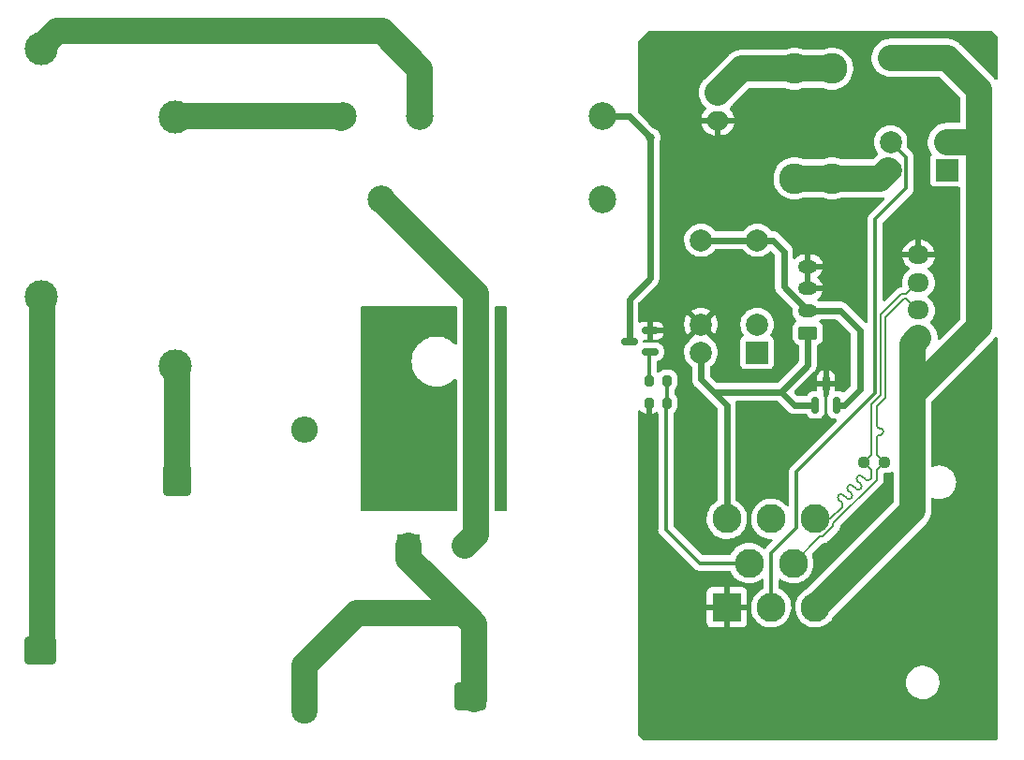
<source format=gbr>
%TF.GenerationSoftware,KiCad,Pcbnew,(6.0.1)*%
%TF.CreationDate,2022-02-14T12:04:18-05:00*%
%TF.ProjectId,pacman,7061636d-616e-42e6-9b69-6361645f7063,rev?*%
%TF.SameCoordinates,Original*%
%TF.FileFunction,Copper,L1,Top*%
%TF.FilePolarity,Positive*%
%FSLAX46Y46*%
G04 Gerber Fmt 4.6, Leading zero omitted, Abs format (unit mm)*
G04 Created by KiCad (PCBNEW (6.0.1)) date 2022-02-14 12:04:18*
%MOMM*%
%LPD*%
G01*
G04 APERTURE LIST*
G04 Aperture macros list*
%AMRoundRect*
0 Rectangle with rounded corners*
0 $1 Rounding radius*
0 $2 $3 $4 $5 $6 $7 $8 $9 X,Y pos of 4 corners*
0 Add a 4 corners polygon primitive as box body*
4,1,4,$2,$3,$4,$5,$6,$7,$8,$9,$2,$3,0*
0 Add four circle primitives for the rounded corners*
1,1,$1+$1,$2,$3*
1,1,$1+$1,$4,$5*
1,1,$1+$1,$6,$7*
1,1,$1+$1,$8,$9*
0 Add four rect primitives between the rounded corners*
20,1,$1+$1,$2,$3,$4,$5,0*
20,1,$1+$1,$4,$5,$6,$7,0*
20,1,$1+$1,$6,$7,$8,$9,0*
20,1,$1+$1,$8,$9,$2,$3,0*%
G04 Aperture macros list end*
%TA.AperFunction,ComponentPad*%
%ADD10C,3.000000*%
%TD*%
%TA.AperFunction,SMDPad,CuDef*%
%ADD11RoundRect,0.237500X0.250000X0.237500X-0.250000X0.237500X-0.250000X-0.237500X0.250000X-0.237500X0*%
%TD*%
%TA.AperFunction,ComponentPad*%
%ADD12RoundRect,0.250000X0.625000X-0.350000X0.625000X0.350000X-0.625000X0.350000X-0.625000X-0.350000X0*%
%TD*%
%TA.AperFunction,ComponentPad*%
%ADD13O,1.750000X1.200000*%
%TD*%
%TA.AperFunction,ComponentPad*%
%ADD14R,2.000000X2.000000*%
%TD*%
%TA.AperFunction,ComponentPad*%
%ADD15C,2.000000*%
%TD*%
%TA.AperFunction,ComponentPad*%
%ADD16C,2.500000*%
%TD*%
%TA.AperFunction,ComponentPad*%
%ADD17C,2.780000*%
%TD*%
%TA.AperFunction,ComponentPad*%
%ADD18RoundRect,0.250000X0.725000X-0.600000X0.725000X0.600000X-0.725000X0.600000X-0.725000X-0.600000X0*%
%TD*%
%TA.AperFunction,ComponentPad*%
%ADD19O,1.950000X1.700000*%
%TD*%
%TA.AperFunction,ComponentPad*%
%ADD20RoundRect,0.250000X1.150000X-0.980000X1.150000X0.980000X-1.150000X0.980000X-1.150000X-0.980000X0*%
%TD*%
%TA.AperFunction,SMDPad,CuDef*%
%ADD21RoundRect,0.150000X0.587500X0.150000X-0.587500X0.150000X-0.587500X-0.150000X0.587500X-0.150000X0*%
%TD*%
%TA.AperFunction,ComponentPad*%
%ADD22RoundRect,0.250000X-0.750000X0.600000X-0.750000X-0.600000X0.750000X-0.600000X0.750000X0.600000X0*%
%TD*%
%TA.AperFunction,ComponentPad*%
%ADD23O,2.000000X1.700000*%
%TD*%
%TA.AperFunction,SMDPad,CuDef*%
%ADD24RoundRect,0.200000X-0.200000X-0.275000X0.200000X-0.275000X0.200000X0.275000X-0.200000X0.275000X0*%
%TD*%
%TA.AperFunction,ComponentPad*%
%ADD25O,2.000000X2.000000*%
%TD*%
%TA.AperFunction,ComponentPad*%
%ADD26RoundRect,0.250000X-0.980000X-1.150000X0.980000X-1.150000X0.980000X1.150000X-0.980000X1.150000X0*%
%TD*%
%TA.AperFunction,SMDPad,CuDef*%
%ADD27RoundRect,0.150000X0.150000X-0.587500X0.150000X0.587500X-0.150000X0.587500X-0.150000X-0.587500X0*%
%TD*%
%TA.AperFunction,ComponentPad*%
%ADD28R,2.625000X2.625000*%
%TD*%
%TA.AperFunction,ComponentPad*%
%ADD29C,2.625000*%
%TD*%
%TA.AperFunction,ComponentPad*%
%ADD30C,2.400000*%
%TD*%
%TA.AperFunction,ComponentPad*%
%ADD31O,2.400000X2.400000*%
%TD*%
%TA.AperFunction,ViaPad*%
%ADD32C,0.800000*%
%TD*%
%TA.AperFunction,Conductor*%
%ADD33C,2.400000*%
%TD*%
%TA.AperFunction,Conductor*%
%ADD34C,0.600000*%
%TD*%
%TA.AperFunction,Conductor*%
%ADD35C,0.360000*%
%TD*%
%TA.AperFunction,Conductor*%
%ADD36C,0.200000*%
%TD*%
G04 APERTURE END LIST*
D10*
%TO.P,F2,1*%
%TO.N,Net-(F2-Pad1)*%
X129032000Y-58627600D03*
%TO.P,F2,2*%
%TO.N,/B+*%
X129032000Y-81127600D03*
%TD*%
D11*
%TO.P,R2,1*%
%TO.N,/BMS_CAN+*%
X193088900Y-89814400D03*
%TO.P,R2,2*%
%TO.N,/BMS_CAN-*%
X191263900Y-89814400D03*
%TD*%
D12*
%TO.P,J9,1,Pin_1*%
%TO.N,/AIR_B-*%
X186182000Y-78105000D03*
D13*
%TO.P,J9,2,Pin_2*%
%TO.N,/AIR_B+*%
X186182000Y-76105000D03*
%TO.P,J9,3,Pin_3*%
%TO.N,GND*%
X186182000Y-74105000D03*
%TO.P,J9,4,Pin_4*%
X186182000Y-72105000D03*
%TD*%
D14*
%TO.P,K3,1*%
%TO.N,unconnected-(K3-Pad1)*%
X198749500Y-63377500D03*
D15*
%TO.P,K3,2*%
%TO.N,+12V*%
X198749500Y-60837500D03*
%TO.P,K3,5*%
X198749500Y-53217500D03*
%TO.P,K3,6*%
X193669500Y-53217500D03*
%TO.P,K3,9*%
%TO.N,/BMS_FAN*%
X193669500Y-60837500D03*
%TO.P,K3,10*%
%TO.N,/FAN_OUT*%
X193669500Y-63377500D03*
%TD*%
D16*
%TO.P,K1,1*%
%TO.N,Net-(F1-Pad1)*%
X151140000Y-58540000D03*
%TO.P,K1,2*%
%TO.N,/AIR_B-*%
X167640000Y-66040000D03*
%TO.P,K1,5*%
%TO.N,Net-(K1-Pad5)*%
X147640000Y-66040000D03*
%TO.P,K1,9*%
%TO.N,Net-(D3-Pad2)*%
X167640000Y-58540000D03*
%TO.P,K1,10*%
%TO.N,Net-(F2-Pad1)*%
X144140000Y-58540000D03*
%TD*%
D17*
%TO.P,F3,1*%
%TO.N,/FAN_OUT*%
X188390000Y-64142000D03*
X184990000Y-64142000D03*
%TO.P,F3,2*%
%TO.N,Net-(F3-Pad2)*%
X184990000Y-54222000D03*
X188390000Y-54222000D03*
%TD*%
D18*
%TO.P,J2,1,Pin_1*%
%TO.N,+12V*%
X196198000Y-78553000D03*
D19*
%TO.P,J2,2,Pin_2*%
%TO.N,/BMS_CAN+*%
X196198000Y-76053000D03*
%TO.P,J2,3,Pin_3*%
%TO.N,/BMS_CAN-*%
X196198000Y-73553000D03*
%TO.P,J2,4,Pin_4*%
%TO.N,GND*%
X196198000Y-71053000D03*
%TD*%
D20*
%TO.P,J3,1,Pin_1*%
%TO.N,/INT+*%
X155702000Y-110998000D03*
%TD*%
D21*
%TO.P,Q2,1,B*%
%TO.N,Net-(Q2-Pad1)*%
X171928000Y-79817000D03*
%TO.P,Q2,2,E*%
%TO.N,GND*%
X171928000Y-77917000D03*
%TO.P,Q2,3,C*%
%TO.N,Net-(D3-Pad2)*%
X170053000Y-78867000D03*
%TD*%
D22*
%TO.P,J6,1,Pin_1*%
%TO.N,Net-(F3-Pad2)*%
X178054000Y-56388000D03*
D23*
%TO.P,J6,2,Pin_2*%
%TO.N,GND*%
X178054000Y-58888000D03*
%TD*%
D10*
%TO.P,F1,1*%
%TO.N,Net-(F1-Pad1)*%
X116890800Y-52374800D03*
%TO.P,F1,2*%
%TO.N,/INT-*%
X116890800Y-74874800D03*
%TD*%
D24*
%TO.P,R5,1*%
%TO.N,Net-(Q2-Pad1)*%
X171831000Y-82423000D03*
%TO.P,R5,2*%
%TO.N,/PRECHARGE*%
X173481000Y-82423000D03*
%TD*%
D14*
%TO.P,R3,1*%
%TO.N,/INT+*%
X150114000Y-97368000D03*
D25*
%TO.P,R3,2*%
%TO.N,Net-(K1-Pad5)*%
X155194000Y-97368000D03*
%TD*%
D26*
%TO.P,J4,1,Pin_1*%
%TO.N,/B+*%
X129159000Y-91440000D03*
%TD*%
D27*
%TO.P,D5,1,K*%
%TO.N,/AIR_B-*%
X186883000Y-84630500D03*
%TO.P,D5,2,K*%
%TO.N,/AIR_B+*%
X188783000Y-84630500D03*
%TO.P,D5,3,A*%
%TO.N,GND*%
X187833000Y-82755500D03*
%TD*%
D20*
%TO.P,J5,1,Pin_1*%
%TO.N,/INT-*%
X116840000Y-106807000D03*
%TD*%
D24*
%TO.P,R6,1*%
%TO.N,GND*%
X171831000Y-84455000D03*
%TO.P,R6,2*%
%TO.N,/PRECHARGE*%
X173481000Y-84455000D03*
%TD*%
D14*
%TO.P,K2,1*%
%TO.N,unconnected-(K2-Pad1)*%
X181610000Y-79883000D03*
D15*
%TO.P,K2,2*%
%TO.N,/MAIN_CONT*%
X181610000Y-77343000D03*
%TO.P,K2,5*%
%TO.N,/AIR_B+*%
X181610000Y-69723000D03*
%TO.P,K2,6*%
X176530000Y-69723000D03*
%TO.P,K2,9*%
%TO.N,GND*%
X176530000Y-77343000D03*
%TO.P,K2,10*%
%TO.N,/AIR_B-*%
X176530000Y-79883000D03*
%TD*%
D28*
%TO.P,J1,1,Pin_1*%
%TO.N,GND*%
X178880000Y-102933000D03*
D29*
%TO.P,J1,2,Pin_2*%
%TO.N,/BMS_FAN*%
X182880000Y-102933000D03*
%TO.P,J1,3,Pin_3*%
%TO.N,+12V*%
X186880000Y-102933000D03*
%TO.P,J1,4,Pin_4*%
%TO.N,/PRECHARGE*%
X180880000Y-98933000D03*
%TO.P,J1,5,Pin_5*%
%TO.N,/BMS_CAN+*%
X184880000Y-98933000D03*
%TO.P,J1,6,Pin_6*%
%TO.N,/AIR_B-*%
X178880000Y-94933000D03*
%TO.P,J1,7,Pin_7*%
%TO.N,/MAIN_CONT*%
X182880000Y-94933000D03*
%TO.P,J1,8,Pin_8*%
%TO.N,/BMS_CAN-*%
X186880000Y-94933000D03*
%TD*%
D30*
%TO.P,R1,1*%
%TO.N,/INT+*%
X140716000Y-112268000D03*
D31*
%TO.P,R1,2*%
%TO.N,Net-(D1-Pad2)*%
X140716000Y-86868000D03*
%TD*%
D32*
%TO.N,Net-(D3-Pad2)*%
X171958000Y-60452000D03*
%TD*%
D33*
%TO.N,/INT-*%
X116840000Y-106807000D02*
X116967000Y-106680000D01*
X116967000Y-106680000D02*
X116967000Y-74951000D01*
D34*
%TO.N,Net-(D3-Pad2)*%
X167640000Y-58540000D02*
X170053000Y-58540000D01*
X171958000Y-60452000D02*
X171958000Y-73152000D01*
X170053000Y-58540000D02*
X171958000Y-60445000D01*
X170053000Y-75057000D02*
X170053000Y-78867000D01*
X171958000Y-73152000D02*
X170053000Y-75057000D01*
X171958000Y-60445000D02*
X171958000Y-60452000D01*
%TO.N,/AIR_B+*%
X184023000Y-70739000D02*
X183007000Y-69723000D01*
X189435500Y-84630500D02*
X190881000Y-83185000D01*
X183007000Y-69723000D02*
X181610000Y-69723000D01*
X190881000Y-83185000D02*
X190881000Y-77851000D01*
X181610000Y-69723000D02*
X176530000Y-69723000D01*
X184023000Y-73946000D02*
X186182000Y-76105000D01*
X188783000Y-84630500D02*
X189435500Y-84630500D01*
X189135000Y-76105000D02*
X186182000Y-76105000D01*
X190881000Y-77851000D02*
X189135000Y-76105000D01*
X184023000Y-70739000D02*
X184023000Y-73946000D01*
D33*
%TO.N,Net-(F1-Pad1)*%
X147708000Y-50800000D02*
X151140000Y-54232000D01*
X151140000Y-58540000D02*
X151140000Y-54232000D01*
X118334000Y-50800000D02*
X147708000Y-50800000D01*
X118334000Y-50800000D02*
X116713000Y-52421000D01*
%TO.N,Net-(F2-Pad1)*%
X144140000Y-58540000D02*
X129690000Y-58540000D01*
X144043000Y-58637000D02*
X144140000Y-58540000D01*
%TO.N,/B+*%
X129159000Y-91440000D02*
X129159000Y-81227000D01*
X129159000Y-81227000D02*
X129032000Y-81100000D01*
%TO.N,+12V*%
X201676000Y-56144000D02*
X198749500Y-53217500D01*
X198749500Y-53217500D02*
X193669500Y-53217500D01*
X201676000Y-61504978D02*
X201008522Y-60837500D01*
X195630479Y-79120521D02*
X196198000Y-78553000D01*
X201676000Y-77570958D02*
X201676000Y-61504978D01*
X201676000Y-61504978D02*
X201676000Y-56144000D01*
X195630479Y-94182521D02*
X195630479Y-83616479D01*
X201008522Y-60837500D02*
X198749500Y-60837500D01*
X186880000Y-102933000D02*
X195630479Y-94182521D01*
X195630479Y-83616479D02*
X201676000Y-77570958D01*
X195630479Y-83616479D02*
X195630479Y-79120521D01*
D35*
%TO.N,/PRECHARGE*%
X173355000Y-84581000D02*
X173481000Y-84455000D01*
X180880000Y-98933000D02*
X176403000Y-98933000D01*
X173355000Y-95885000D02*
X173355000Y-84581000D01*
X173481000Y-84455000D02*
X173481000Y-82423000D01*
X176403000Y-98933000D02*
X173355000Y-95885000D01*
D34*
%TO.N,/AIR_B-*%
X182499000Y-83439000D02*
X183769000Y-83439000D01*
X177673000Y-83439000D02*
X178880000Y-84646000D01*
X183769000Y-83439000D02*
X184960500Y-84630500D01*
X184960500Y-84630500D02*
X186883000Y-84630500D01*
X176530000Y-82296000D02*
X177673000Y-83439000D01*
X176530000Y-79883000D02*
X176530000Y-82296000D01*
X182499000Y-83439000D02*
X177673000Y-83439000D01*
X178880000Y-84646000D02*
X178880000Y-94933000D01*
X183769000Y-83439000D02*
X186182000Y-81026000D01*
X186182000Y-81026000D02*
X186182000Y-78105000D01*
D36*
%TO.N,/BMS_CAN+*%
X184880000Y-98933000D02*
X187267989Y-96545011D01*
X192401401Y-91411599D02*
X192401401Y-90501899D01*
X192731713Y-86751801D02*
X192701401Y-86751801D01*
X195048000Y-75028000D02*
X196073000Y-76053000D01*
X193207511Y-76671886D02*
X194851397Y-75028000D01*
X194851397Y-75028000D02*
X195048000Y-75028000D01*
X192701401Y-87351801D02*
X192731713Y-87351801D01*
X192401401Y-86451801D02*
X192401401Y-86401801D01*
X196073000Y-76053000D02*
X196198000Y-76053000D01*
X192401401Y-90501899D02*
X193088900Y-89814400D01*
X193088900Y-89814400D02*
X192401401Y-89126901D01*
X192401401Y-86401801D02*
X192401401Y-84757127D01*
X193207511Y-83951016D02*
X193207511Y-76671886D01*
X188492011Y-95320989D02*
X192401401Y-91411599D01*
X192401401Y-84757127D02*
X193207511Y-83951016D01*
X187547718Y-96545011D02*
X188492011Y-95600718D01*
X188492011Y-95600718D02*
X188492011Y-95320989D01*
X187267989Y-96545011D02*
X187547718Y-96545011D01*
X192401401Y-89126901D02*
X192401401Y-87651801D01*
X193031713Y-87051801D02*
G75*
G02*
X192731713Y-87351801I-300000J0D01*
G01*
X192701401Y-87351801D02*
G75*
G03*
X192401401Y-87651801I0J-300000D01*
G01*
X192731713Y-86751801D02*
G75*
G02*
X193031713Y-87051801I0J-300000D01*
G01*
X192401401Y-86451801D02*
G75*
G03*
X192701401Y-86751801I300000J0D01*
G01*
%TO.N,/BMS_CAN-*%
X191915757Y-91260846D02*
X191951399Y-91225204D01*
X190961162Y-92215443D02*
X190961164Y-92215442D01*
X188990092Y-92789963D02*
X188990093Y-92789961D01*
X189414357Y-92789962D02*
X189688368Y-93063973D01*
X190112632Y-92639707D02*
X189838622Y-92365697D01*
X194665000Y-74578000D02*
X195048000Y-74578000D01*
X190112634Y-93063972D02*
X190112632Y-93063971D01*
X190961162Y-91791177D02*
X190687152Y-91517167D01*
X191263900Y-89814400D02*
X191951399Y-89126901D01*
X191951399Y-84570745D02*
X192757520Y-83764624D01*
X191951399Y-91225204D02*
X191951399Y-90501899D01*
X190262887Y-91941432D02*
X190536898Y-92215443D01*
X191951399Y-90501899D02*
X191263900Y-89814400D01*
X192757520Y-76485480D02*
X194665000Y-74578000D01*
X190262889Y-91941431D02*
X190262887Y-91941432D01*
X189264102Y-93488237D02*
X188990092Y-93214227D01*
X191111419Y-91092901D02*
X191111417Y-91092902D01*
X190961164Y-92215442D02*
X190961162Y-92215441D01*
X191809692Y-91366913D02*
X191809694Y-91366912D01*
X186880000Y-94933000D02*
X187654999Y-95707999D01*
X190112632Y-93063973D02*
X190112634Y-93063972D01*
X188243603Y-94933000D02*
X189264102Y-93912501D01*
X190687152Y-91092903D02*
X190687153Y-91092901D01*
X191951399Y-89126901D02*
X191951399Y-84570745D01*
X196073000Y-73553000D02*
X196198000Y-73553000D01*
X191809692Y-91366912D02*
X191915757Y-91260846D01*
X191809694Y-91366912D02*
X191809692Y-91366912D01*
X195048000Y-74578000D02*
X196073000Y-73553000D01*
X186880000Y-94933000D02*
X188243603Y-94933000D01*
X189414359Y-92789961D02*
X189414357Y-92789962D01*
X191111417Y-91092902D02*
X191385428Y-91366913D01*
X189838622Y-91941433D02*
X189838623Y-91941431D01*
X192757520Y-83764624D02*
X192757520Y-76485480D01*
X189838623Y-91941434D02*
G75*
G03*
X189838623Y-92365696I212131J-212131D01*
G01*
X189264101Y-93488238D02*
G75*
G02*
X189264101Y-93912500I-212131J-212131D01*
G01*
X190262888Y-91941432D02*
G75*
G03*
X189838624Y-91941432I-212132J-212137D01*
G01*
X190687153Y-91092904D02*
G75*
G03*
X190687153Y-91517166I212131J-212131D01*
G01*
X190112631Y-92639708D02*
G75*
G02*
X190112631Y-93063970I-212131J-212131D01*
G01*
X190112631Y-93063972D02*
G75*
G02*
X189688369Y-93063972I-212131J212131D01*
G01*
X189414358Y-92789962D02*
G75*
G03*
X188990094Y-92789962I-212132J-212137D01*
G01*
X188990093Y-92789964D02*
G75*
G03*
X188990093Y-93214226I212131J-212131D01*
G01*
X190961161Y-92215442D02*
G75*
G02*
X190536899Y-92215442I-212131J212131D01*
G01*
X190961161Y-91791178D02*
G75*
G02*
X190961161Y-92215440I-212131J-212131D01*
G01*
X191809691Y-91366912D02*
G75*
G02*
X191385429Y-91366912I-212131J212131D01*
G01*
X191111418Y-91092902D02*
G75*
G03*
X190687154Y-91092902I-212132J-212137D01*
G01*
D33*
%TO.N,/INT+*%
X145161000Y-103754000D02*
X140716000Y-108199000D01*
X155067000Y-103500000D02*
X150246000Y-103500000D01*
X150246000Y-103500000D02*
X145415000Y-103500000D01*
X145415000Y-103500000D02*
X145161000Y-103754000D01*
X156045000Y-104478000D02*
X155067000Y-103500000D01*
X150114000Y-97368000D02*
X150114000Y-98547000D01*
X150114000Y-98547000D02*
X155067000Y-103500000D01*
X140716000Y-108199000D02*
X140716000Y-112268000D01*
X156045000Y-111251000D02*
X156045000Y-104478000D01*
%TO.N,Net-(K1-Pad5)*%
X156194000Y-74594000D02*
X147640000Y-66040000D01*
X156194000Y-96368000D02*
X156194000Y-74594000D01*
X155194000Y-97368000D02*
X156194000Y-96368000D01*
D35*
%TO.N,Net-(Q2-Pad1)*%
X171831000Y-79914000D02*
X171928000Y-79817000D01*
X171831000Y-82423000D02*
X171831000Y-79914000D01*
D33*
%TO.N,Net-(F3-Pad2)*%
X184990000Y-54222000D02*
X180220000Y-54222000D01*
X188390000Y-54222000D02*
X184990000Y-54222000D01*
X180220000Y-54222000D02*
X178054000Y-56388000D01*
%TO.N,/FAN_OUT*%
X184990000Y-64142000D02*
X188390000Y-64142000D01*
X192727980Y-64142000D02*
X193492480Y-63377500D01*
X188390000Y-64142000D02*
X192727980Y-64142000D01*
D35*
%TO.N,/BMS_FAN*%
X193669500Y-60837500D02*
X195072000Y-62240000D01*
X185166000Y-90678000D02*
X185166000Y-95758000D01*
X192278000Y-67818000D02*
X192278000Y-83566000D01*
X182880000Y-98044000D02*
X182880000Y-102933000D01*
X195072000Y-65024000D02*
X192278000Y-67818000D01*
X192278000Y-83566000D02*
X185166000Y-90678000D01*
X195072000Y-62240000D02*
X195072000Y-65024000D01*
X185166000Y-95758000D02*
X182880000Y-98044000D01*
%TD*%
%TA.AperFunction,Conductor*%
%TO.N,GND*%
G36*
X203289521Y-78504515D02*
G01*
X203323946Y-78566607D01*
X203327000Y-78594181D01*
X203327000Y-114809000D01*
X203306998Y-114877121D01*
X203253342Y-114923614D01*
X203201000Y-114935000D01*
X171359262Y-114935000D01*
X171291141Y-114914998D01*
X171270161Y-114898090D01*
X170852035Y-114479910D01*
X170818014Y-114417595D01*
X170815136Y-114390804D01*
X170815731Y-109785817D01*
X195067514Y-109785817D01*
X195068095Y-109790837D01*
X195068095Y-109790841D01*
X195083923Y-109927631D01*
X195095415Y-110026956D01*
X195096791Y-110031820D01*
X195096792Y-110031823D01*
X195142476Y-110193266D01*
X195161510Y-110260532D01*
X195163644Y-110265108D01*
X195163646Y-110265114D01*
X195220446Y-110386922D01*
X195264099Y-110480536D01*
X195400544Y-110681307D01*
X195567332Y-110857681D01*
X195571358Y-110860759D01*
X195571359Y-110860760D01*
X195756154Y-111002047D01*
X195756158Y-111002050D01*
X195760174Y-111005120D01*
X195974109Y-111119831D01*
X196203631Y-111198862D01*
X196302978Y-111216022D01*
X196438926Y-111239504D01*
X196438932Y-111239505D01*
X196442836Y-111240179D01*
X196446797Y-111240359D01*
X196446798Y-111240359D01*
X196470506Y-111241436D01*
X196470525Y-111241436D01*
X196471925Y-111241500D01*
X196641001Y-111241500D01*
X196643509Y-111241298D01*
X196643514Y-111241298D01*
X196816924Y-111227346D01*
X196816929Y-111227345D01*
X196821965Y-111226940D01*
X196826873Y-111225734D01*
X196826876Y-111225734D01*
X197052792Y-111170244D01*
X197057706Y-111169037D01*
X197062358Y-111167062D01*
X197062362Y-111167061D01*
X197276498Y-111076165D01*
X197281156Y-111074188D01*
X197387037Y-111007511D01*
X197482288Y-110947528D01*
X197482291Y-110947526D01*
X197486567Y-110944833D01*
X197585422Y-110857681D01*
X197664858Y-110787650D01*
X197664861Y-110787647D01*
X197668655Y-110784302D01*
X197822734Y-110596722D01*
X197944841Y-110386922D01*
X198031833Y-110160298D01*
X198081474Y-109922680D01*
X198092486Y-109680183D01*
X198077235Y-109548373D01*
X198065167Y-109444071D01*
X198065166Y-109444067D01*
X198064585Y-109439044D01*
X198025517Y-109300978D01*
X197999866Y-109210331D01*
X197998490Y-109205468D01*
X197996356Y-109200892D01*
X197996354Y-109200886D01*
X197898038Y-108990046D01*
X197898036Y-108990042D01*
X197895901Y-108985464D01*
X197759456Y-108784693D01*
X197592668Y-108608319D01*
X197588641Y-108605240D01*
X197403846Y-108463953D01*
X197403842Y-108463950D01*
X197399826Y-108460880D01*
X197185891Y-108346169D01*
X196956369Y-108267138D01*
X196857022Y-108249978D01*
X196721074Y-108226496D01*
X196721068Y-108226495D01*
X196717164Y-108225821D01*
X196713203Y-108225641D01*
X196713202Y-108225641D01*
X196689494Y-108224564D01*
X196689475Y-108224564D01*
X196688075Y-108224500D01*
X196518999Y-108224500D01*
X196516491Y-108224702D01*
X196516486Y-108224702D01*
X196343076Y-108238654D01*
X196343071Y-108238655D01*
X196338035Y-108239060D01*
X196333127Y-108240266D01*
X196333124Y-108240266D01*
X196217007Y-108268787D01*
X196102294Y-108296963D01*
X196097642Y-108298938D01*
X196097638Y-108298939D01*
X195990252Y-108344522D01*
X195878844Y-108391812D01*
X195874560Y-108394510D01*
X195677712Y-108518472D01*
X195677709Y-108518474D01*
X195673433Y-108521167D01*
X195669639Y-108524512D01*
X195495142Y-108678350D01*
X195495139Y-108678353D01*
X195491345Y-108681698D01*
X195337266Y-108869278D01*
X195215159Y-109079078D01*
X195128167Y-109305702D01*
X195078526Y-109543320D01*
X195067514Y-109785817D01*
X170815731Y-109785817D01*
X170816441Y-104290169D01*
X177059501Y-104290169D01*
X177059871Y-104296990D01*
X177065395Y-104347852D01*
X177069021Y-104363104D01*
X177114176Y-104483554D01*
X177122714Y-104499149D01*
X177199215Y-104601224D01*
X177211776Y-104613785D01*
X177313851Y-104690286D01*
X177329446Y-104698824D01*
X177449894Y-104743978D01*
X177465149Y-104747605D01*
X177516014Y-104753131D01*
X177522828Y-104753500D01*
X178607885Y-104753500D01*
X178623124Y-104749025D01*
X178624329Y-104747635D01*
X178626000Y-104739952D01*
X178626000Y-104735384D01*
X179134000Y-104735384D01*
X179138475Y-104750623D01*
X179139865Y-104751828D01*
X179147548Y-104753499D01*
X180237169Y-104753499D01*
X180243990Y-104753129D01*
X180294852Y-104747605D01*
X180310104Y-104743979D01*
X180430554Y-104698824D01*
X180446149Y-104690286D01*
X180548224Y-104613785D01*
X180560785Y-104601224D01*
X180637286Y-104499149D01*
X180645824Y-104483554D01*
X180690978Y-104363106D01*
X180694605Y-104347851D01*
X180700131Y-104296986D01*
X180700500Y-104290172D01*
X180700500Y-103205115D01*
X180696025Y-103189876D01*
X180694635Y-103188671D01*
X180686952Y-103187000D01*
X179152115Y-103187000D01*
X179136876Y-103191475D01*
X179135671Y-103192865D01*
X179134000Y-103200548D01*
X179134000Y-104735384D01*
X178626000Y-104735384D01*
X178626000Y-103205115D01*
X178621525Y-103189876D01*
X178620135Y-103188671D01*
X178612452Y-103187000D01*
X177077616Y-103187000D01*
X177062377Y-103191475D01*
X177061172Y-103192865D01*
X177059501Y-103200548D01*
X177059501Y-104290169D01*
X170816441Y-104290169D01*
X170816652Y-102660885D01*
X177059500Y-102660885D01*
X177063975Y-102676124D01*
X177065365Y-102677329D01*
X177073048Y-102679000D01*
X178607885Y-102679000D01*
X178623124Y-102674525D01*
X178624329Y-102673135D01*
X178626000Y-102665452D01*
X178626000Y-102660885D01*
X179134000Y-102660885D01*
X179138475Y-102676124D01*
X179139865Y-102677329D01*
X179147548Y-102679000D01*
X180682384Y-102679000D01*
X180697623Y-102674525D01*
X180698828Y-102673135D01*
X180700499Y-102665452D01*
X180700499Y-101575831D01*
X180700129Y-101569010D01*
X180694605Y-101518148D01*
X180690979Y-101502896D01*
X180645824Y-101382446D01*
X180637286Y-101366851D01*
X180560785Y-101264776D01*
X180548224Y-101252215D01*
X180446149Y-101175714D01*
X180430554Y-101167176D01*
X180310106Y-101122022D01*
X180294851Y-101118395D01*
X180243986Y-101112869D01*
X180237172Y-101112500D01*
X179152115Y-101112500D01*
X179136876Y-101116975D01*
X179135671Y-101118365D01*
X179134000Y-101126048D01*
X179134000Y-102660885D01*
X178626000Y-102660885D01*
X178626000Y-101130616D01*
X178621525Y-101115377D01*
X178620135Y-101114172D01*
X178612452Y-101112501D01*
X177522831Y-101112501D01*
X177516010Y-101112871D01*
X177465148Y-101118395D01*
X177449896Y-101122021D01*
X177329446Y-101167176D01*
X177313851Y-101175714D01*
X177211776Y-101252215D01*
X177199215Y-101264776D01*
X177122714Y-101366851D01*
X177114176Y-101382446D01*
X177069022Y-101502894D01*
X177065395Y-101518149D01*
X177059869Y-101569014D01*
X177059500Y-101575828D01*
X177059500Y-102660885D01*
X170816652Y-102660885D01*
X170818908Y-85207133D01*
X170838919Y-85139015D01*
X170892581Y-85092529D01*
X170962856Y-85082434D01*
X171027433Y-85111935D01*
X171052684Y-85141878D01*
X171065822Y-85163571D01*
X171075131Y-85175443D01*
X171185557Y-85285869D01*
X171197426Y-85295176D01*
X171331012Y-85376079D01*
X171344757Y-85382285D01*
X171494644Y-85429256D01*
X171507694Y-85431869D01*
X171562586Y-85436913D01*
X171574124Y-85433525D01*
X171575329Y-85432135D01*
X171577000Y-85424452D01*
X171577000Y-84327000D01*
X171597002Y-84258879D01*
X171650658Y-84212386D01*
X171703000Y-84201000D01*
X171959000Y-84201000D01*
X172027121Y-84221002D01*
X172073614Y-84274658D01*
X172085000Y-84327000D01*
X172085000Y-85419884D01*
X172089475Y-85435123D01*
X172090865Y-85436328D01*
X172095294Y-85437291D01*
X172154315Y-85431868D01*
X172167351Y-85429257D01*
X172317243Y-85382285D01*
X172330988Y-85376079D01*
X172471070Y-85291242D01*
X172472069Y-85292892D01*
X172528689Y-85270312D01*
X172598385Y-85283840D01*
X172649702Y-85332901D01*
X172666500Y-85395757D01*
X172666500Y-95856777D01*
X172666208Y-95865345D01*
X172662394Y-95921298D01*
X172663699Y-95928775D01*
X172663699Y-95928777D01*
X172673051Y-95982359D01*
X172674015Y-95988883D01*
X172681463Y-96050437D01*
X172684149Y-96057544D01*
X172685234Y-96061962D01*
X172688415Y-96073591D01*
X172689737Y-96077969D01*
X172691044Y-96085460D01*
X172712492Y-96134319D01*
X172715963Y-96142226D01*
X172718454Y-96148330D01*
X172740367Y-96206322D01*
X172744667Y-96212578D01*
X172746788Y-96216636D01*
X172752641Y-96227150D01*
X172754971Y-96231091D01*
X172758026Y-96238049D01*
X172762651Y-96244076D01*
X172762652Y-96244078D01*
X172795775Y-96287245D01*
X172799646Y-96292572D01*
X172834755Y-96343657D01*
X172840426Y-96348709D01*
X172840428Y-96348712D01*
X172879888Y-96383869D01*
X172885164Y-96388850D01*
X175896185Y-99399871D01*
X175902039Y-99406136D01*
X175938920Y-99448413D01*
X175945134Y-99452780D01*
X175989643Y-99484062D01*
X175994938Y-99487995D01*
X176043719Y-99526244D01*
X176050642Y-99529370D01*
X176054567Y-99531747D01*
X176065032Y-99537716D01*
X176069050Y-99539870D01*
X176075259Y-99544234D01*
X176133018Y-99566753D01*
X176139090Y-99569305D01*
X176195598Y-99594820D01*
X176203063Y-99596204D01*
X176207426Y-99597571D01*
X176219017Y-99600873D01*
X176223444Y-99602010D01*
X176230519Y-99604768D01*
X176238048Y-99605759D01*
X176238051Y-99605760D01*
X176276885Y-99610872D01*
X176292003Y-99612863D01*
X176298507Y-99613893D01*
X176359451Y-99625188D01*
X176367032Y-99624751D01*
X176367033Y-99624751D01*
X176419792Y-99621709D01*
X176427045Y-99621500D01*
X179107288Y-99621500D01*
X179175409Y-99641502D01*
X179218280Y-99687862D01*
X179339878Y-99914166D01*
X179501820Y-100131033D01*
X179505129Y-100134313D01*
X179505134Y-100134319D01*
X179690722Y-100318294D01*
X179694039Y-100321582D01*
X179697801Y-100324340D01*
X179697804Y-100324343D01*
X179907585Y-100478161D01*
X179912311Y-100481626D01*
X179916442Y-100483800D01*
X179916443Y-100483800D01*
X180147707Y-100605474D01*
X180147713Y-100605476D01*
X180151842Y-100607649D01*
X180156249Y-100609188D01*
X180156256Y-100609191D01*
X180402953Y-100695341D01*
X180407369Y-100696883D01*
X180411962Y-100697755D01*
X180668690Y-100746497D01*
X180668693Y-100746497D01*
X180673279Y-100747368D01*
X180801855Y-100752420D01*
X180939062Y-100757811D01*
X180939067Y-100757811D01*
X180943730Y-100757994D01*
X181048708Y-100746497D01*
X181208128Y-100729038D01*
X181208133Y-100729037D01*
X181212781Y-100728528D01*
X181217305Y-100727337D01*
X181469999Y-100660808D01*
X181470001Y-100660807D01*
X181474522Y-100659617D01*
X181591892Y-100609191D01*
X181718908Y-100554621D01*
X181718910Y-100554620D01*
X181723202Y-100552776D01*
X181843778Y-100478161D01*
X181949385Y-100412810D01*
X181949389Y-100412807D01*
X181953358Y-100410351D01*
X181984088Y-100384336D01*
X182049004Y-100355588D01*
X182119157Y-100366499D01*
X182172274Y-100413606D01*
X182191500Y-100480503D01*
X182191500Y-101164461D01*
X182171498Y-101232582D01*
X182118252Y-101278887D01*
X181994686Y-101335852D01*
X181990777Y-101338415D01*
X181772250Y-101481687D01*
X181772245Y-101481691D01*
X181768337Y-101484253D01*
X181566409Y-101664480D01*
X181393339Y-101872575D01*
X181252928Y-102103965D01*
X181251119Y-102108279D01*
X181251118Y-102108281D01*
X181233123Y-102151195D01*
X181148260Y-102353568D01*
X181081637Y-102615900D01*
X181054520Y-102885198D01*
X181067506Y-103155546D01*
X181120309Y-103421006D01*
X181121888Y-103425404D01*
X181121890Y-103425411D01*
X181170871Y-103561833D01*
X181211769Y-103675744D01*
X181339878Y-103914166D01*
X181501820Y-104131033D01*
X181505129Y-104134313D01*
X181505134Y-104134319D01*
X181669227Y-104296986D01*
X181694039Y-104321582D01*
X181697801Y-104324340D01*
X181697804Y-104324343D01*
X181750670Y-104363106D01*
X181912311Y-104481626D01*
X181916442Y-104483800D01*
X181916443Y-104483800D01*
X182147707Y-104605474D01*
X182147713Y-104605476D01*
X182151842Y-104607649D01*
X182156249Y-104609188D01*
X182156256Y-104609191D01*
X182388478Y-104690286D01*
X182407369Y-104696883D01*
X182426499Y-104700515D01*
X182668690Y-104746497D01*
X182668693Y-104746497D01*
X182673279Y-104747368D01*
X182801855Y-104752420D01*
X182939062Y-104757811D01*
X182939067Y-104757811D01*
X182943730Y-104757994D01*
X183071700Y-104743979D01*
X183208128Y-104729038D01*
X183208133Y-104729037D01*
X183212781Y-104728528D01*
X183217305Y-104727337D01*
X183469999Y-104660808D01*
X183470001Y-104660807D01*
X183474522Y-104659617D01*
X183478819Y-104657771D01*
X183718908Y-104554621D01*
X183718910Y-104554620D01*
X183723202Y-104552776D01*
X183842642Y-104478864D01*
X183949385Y-104412810D01*
X183949389Y-104412807D01*
X183953358Y-104410351D01*
X184054955Y-104324343D01*
X184156368Y-104238491D01*
X184156370Y-104238489D01*
X184159935Y-104235471D01*
X184338393Y-104031978D01*
X184484813Y-103804342D01*
X184595978Y-103557565D01*
X184669446Y-103297067D01*
X184703603Y-103028571D01*
X184706106Y-102933000D01*
X184686048Y-102663084D01*
X184626314Y-102399098D01*
X184528216Y-102146841D01*
X184393910Y-101911854D01*
X184226347Y-101699301D01*
X184029206Y-101513849D01*
X183817309Y-101366851D01*
X183810657Y-101362236D01*
X183810652Y-101362233D01*
X183806819Y-101359574D01*
X183638771Y-101276702D01*
X183586523Y-101228633D01*
X183568500Y-101163696D01*
X183568500Y-100478161D01*
X183588502Y-100410040D01*
X183642158Y-100363547D01*
X183712432Y-100353443D01*
X183769004Y-100376548D01*
X183912311Y-100481626D01*
X183916442Y-100483800D01*
X183916443Y-100483800D01*
X184147707Y-100605474D01*
X184147713Y-100605476D01*
X184151842Y-100607649D01*
X184156249Y-100609188D01*
X184156256Y-100609191D01*
X184402953Y-100695341D01*
X184407369Y-100696883D01*
X184411962Y-100697755D01*
X184668690Y-100746497D01*
X184668693Y-100746497D01*
X184673279Y-100747368D01*
X184801855Y-100752420D01*
X184939062Y-100757811D01*
X184939067Y-100757811D01*
X184943730Y-100757994D01*
X185048708Y-100746497D01*
X185208128Y-100729038D01*
X185208133Y-100729037D01*
X185212781Y-100728528D01*
X185217305Y-100727337D01*
X185469999Y-100660808D01*
X185470001Y-100660807D01*
X185474522Y-100659617D01*
X185591892Y-100609191D01*
X185718908Y-100554621D01*
X185718910Y-100554620D01*
X185723202Y-100552776D01*
X185843778Y-100478161D01*
X185949385Y-100412810D01*
X185949389Y-100412807D01*
X185953358Y-100410351D01*
X186054955Y-100324343D01*
X186156368Y-100238491D01*
X186156370Y-100238489D01*
X186159935Y-100235471D01*
X186338393Y-100031978D01*
X186484813Y-99804342D01*
X186595978Y-99557565D01*
X186669446Y-99297067D01*
X186703603Y-99028571D01*
X186706106Y-98933000D01*
X186686048Y-98663084D01*
X186626314Y-98399098D01*
X186557592Y-98222381D01*
X186551544Y-98151643D01*
X186585930Y-98087619D01*
X187479551Y-97193998D01*
X187541863Y-97159972D01*
X187552201Y-97158171D01*
X187587592Y-97153512D01*
X187587602Y-97153511D01*
X187587603Y-97153511D01*
X187638586Y-97146799D01*
X187687175Y-97140402D01*
X187698382Y-97138927D01*
X187698384Y-97138926D01*
X187706569Y-97137849D01*
X187854594Y-97076535D01*
X187949790Y-97003488D01*
X187949793Y-97003485D01*
X187981705Y-96978998D01*
X188001165Y-96953638D01*
X188012030Y-96941248D01*
X188888240Y-96065037D01*
X188900632Y-96054169D01*
X188919452Y-96039728D01*
X188925998Y-96034705D01*
X188961875Y-95987950D01*
X189023535Y-95907594D01*
X189066304Y-95804342D01*
X189081689Y-95767198D01*
X189084849Y-95759569D01*
X189091638Y-95707999D01*
X189100511Y-95640603D01*
X189100511Y-95640598D01*
X189105171Y-95605200D01*
X189133893Y-95540273D01*
X189140998Y-95532551D01*
X192797635Y-91875914D01*
X192810026Y-91865047D01*
X192828838Y-91850612D01*
X192835388Y-91845586D01*
X192859875Y-91813674D01*
X192859881Y-91813668D01*
X192913123Y-91744281D01*
X192927896Y-91725029D01*
X192927898Y-91725025D01*
X192932925Y-91718474D01*
X192994239Y-91570449D01*
X193009901Y-91451484D01*
X193009901Y-91451477D01*
X193015151Y-91411599D01*
X193010979Y-91379906D01*
X193009901Y-91363463D01*
X193009901Y-90923900D01*
X193029903Y-90855779D01*
X193083559Y-90809286D01*
X193135901Y-90797900D01*
X193388472Y-90797900D01*
X193391718Y-90797563D01*
X193391722Y-90797563D01*
X193485635Y-90787819D01*
X193485639Y-90787818D01*
X193492493Y-90787107D01*
X193499029Y-90784926D01*
X193499031Y-90784926D01*
X193650559Y-90734372D01*
X193657507Y-90732054D01*
X193729677Y-90687394D01*
X193798129Y-90668557D01*
X193865898Y-90689719D01*
X193911469Y-90744160D01*
X193921979Y-90794539D01*
X193921979Y-93422647D01*
X193901977Y-93490768D01*
X193885074Y-93511742D01*
X186133564Y-101263252D01*
X186097221Y-101288582D01*
X185994686Y-101335852D01*
X185990777Y-101338415D01*
X185772250Y-101481687D01*
X185772245Y-101481691D01*
X185768337Y-101484253D01*
X185566409Y-101664480D01*
X185393339Y-101872575D01*
X185252928Y-102103965D01*
X185251119Y-102108279D01*
X185251118Y-102108281D01*
X185233123Y-102151195D01*
X185148260Y-102353568D01*
X185081637Y-102615900D01*
X185054520Y-102885198D01*
X185067506Y-103155546D01*
X185120309Y-103421006D01*
X185121888Y-103425404D01*
X185121890Y-103425411D01*
X185170871Y-103561833D01*
X185211769Y-103675744D01*
X185339878Y-103914166D01*
X185501820Y-104131033D01*
X185505129Y-104134313D01*
X185505134Y-104134319D01*
X185669227Y-104296986D01*
X185694039Y-104321582D01*
X185697801Y-104324340D01*
X185697804Y-104324343D01*
X185750670Y-104363106D01*
X185912311Y-104481626D01*
X185916442Y-104483800D01*
X185916443Y-104483800D01*
X186147707Y-104605474D01*
X186147713Y-104605476D01*
X186151842Y-104607649D01*
X186156249Y-104609188D01*
X186156256Y-104609191D01*
X186388478Y-104690286D01*
X186407369Y-104696883D01*
X186426499Y-104700515D01*
X186668690Y-104746497D01*
X186668693Y-104746497D01*
X186673279Y-104747368D01*
X186801855Y-104752420D01*
X186939062Y-104757811D01*
X186939067Y-104757811D01*
X186943730Y-104757994D01*
X187071700Y-104743979D01*
X187208128Y-104729038D01*
X187208133Y-104729037D01*
X187212781Y-104728528D01*
X187217305Y-104727337D01*
X187469999Y-104660808D01*
X187470001Y-104660807D01*
X187474522Y-104659617D01*
X187478819Y-104657771D01*
X187718908Y-104554621D01*
X187718910Y-104554620D01*
X187723202Y-104552776D01*
X187842642Y-104478864D01*
X187949385Y-104412810D01*
X187949389Y-104412807D01*
X187953358Y-104410351D01*
X188054955Y-104324343D01*
X188156368Y-104238491D01*
X188156370Y-104238489D01*
X188159935Y-104235471D01*
X188338393Y-104031978D01*
X188484813Y-103804342D01*
X188524499Y-103716243D01*
X188550286Y-103678898D01*
X196811985Y-95417199D01*
X196812286Y-95417035D01*
X196812218Y-95416966D01*
X196924224Y-95305545D01*
X196927611Y-95302176D01*
X196934805Y-95292436D01*
X196964868Y-95251735D01*
X196970622Y-95244515D01*
X197008342Y-95200583D01*
X197011460Y-95196952D01*
X197013988Y-95192898D01*
X197013992Y-95192893D01*
X197042099Y-95147824D01*
X197047660Y-95139642D01*
X197079201Y-95096939D01*
X197079202Y-95096938D01*
X197082046Y-95093087D01*
X197111239Y-95037599D01*
X197115833Y-95029595D01*
X197146484Y-94980449D01*
X197146485Y-94980447D01*
X197149014Y-94976392D01*
X197150899Y-94972005D01*
X197150903Y-94971997D01*
X197171867Y-94923200D01*
X197176127Y-94914269D01*
X197200851Y-94867277D01*
X197200854Y-94867271D01*
X197203077Y-94863045D01*
X197204636Y-94858531D01*
X197204640Y-94858521D01*
X197223543Y-94803778D01*
X197226874Y-94795167D01*
X197249734Y-94741957D01*
X197249735Y-94741954D01*
X197251622Y-94737562D01*
X197252821Y-94732944D01*
X197252823Y-94732937D01*
X197266164Y-94681535D01*
X197269023Y-94672065D01*
X197286357Y-94621866D01*
X197286357Y-94621864D01*
X197287919Y-94617342D01*
X197299184Y-94555662D01*
X197301175Y-94546646D01*
X197315725Y-94490587D01*
X197316926Y-94485960D01*
X197322826Y-94428369D01*
X197324220Y-94418576D01*
X197327777Y-94399098D01*
X197334620Y-94361633D01*
X197338979Y-94278460D01*
X197338979Y-94276788D01*
X197339022Y-94275155D01*
X197339081Y-94275157D01*
X197339635Y-94264318D01*
X197342932Y-94232137D01*
X197343420Y-94227376D01*
X197339135Y-94141305D01*
X197338979Y-94135040D01*
X197338979Y-93149947D01*
X197358981Y-93081826D01*
X197412637Y-93035333D01*
X197482911Y-93025229D01*
X197505998Y-93030811D01*
X197703631Y-93098862D01*
X197790364Y-93113843D01*
X197938926Y-93139504D01*
X197938932Y-93139505D01*
X197942836Y-93140179D01*
X197946797Y-93140359D01*
X197946798Y-93140359D01*
X197970506Y-93141436D01*
X197970525Y-93141436D01*
X197971925Y-93141500D01*
X198141001Y-93141500D01*
X198143509Y-93141298D01*
X198143514Y-93141298D01*
X198316924Y-93127346D01*
X198316929Y-93127345D01*
X198321965Y-93126940D01*
X198326873Y-93125734D01*
X198326876Y-93125734D01*
X198552792Y-93070244D01*
X198557706Y-93069037D01*
X198562358Y-93067062D01*
X198562362Y-93067061D01*
X198776498Y-92976165D01*
X198781156Y-92974188D01*
X198857646Y-92926019D01*
X198982288Y-92847528D01*
X198982291Y-92847526D01*
X198986567Y-92844833D01*
X199032166Y-92804633D01*
X199164858Y-92687650D01*
X199164861Y-92687647D01*
X199168655Y-92684302D01*
X199322734Y-92496722D01*
X199407579Y-92350945D01*
X199442299Y-92291290D01*
X199442300Y-92291288D01*
X199444841Y-92286922D01*
X199492946Y-92161603D01*
X199530020Y-92065022D01*
X199530021Y-92065018D01*
X199531833Y-92060298D01*
X199581474Y-91822680D01*
X199592486Y-91580183D01*
X199591360Y-91570449D01*
X199565167Y-91344071D01*
X199565166Y-91344067D01*
X199564585Y-91339044D01*
X199541712Y-91258210D01*
X199499866Y-91110331D01*
X199498490Y-91105468D01*
X199496356Y-91100892D01*
X199496354Y-91100886D01*
X199398038Y-90890046D01*
X199398036Y-90890042D01*
X199395901Y-90885464D01*
X199259456Y-90684693D01*
X199092668Y-90508319D01*
X199066780Y-90488526D01*
X198903846Y-90363953D01*
X198903842Y-90363950D01*
X198899826Y-90360880D01*
X198685891Y-90246169D01*
X198456369Y-90167138D01*
X198357022Y-90149978D01*
X198221074Y-90126496D01*
X198221068Y-90126495D01*
X198217164Y-90125821D01*
X198213203Y-90125641D01*
X198213202Y-90125641D01*
X198189494Y-90124564D01*
X198189475Y-90124564D01*
X198188075Y-90124500D01*
X198018999Y-90124500D01*
X198016491Y-90124702D01*
X198016486Y-90124702D01*
X197843076Y-90138654D01*
X197843071Y-90138655D01*
X197838035Y-90139060D01*
X197833127Y-90140266D01*
X197833124Y-90140266D01*
X197607208Y-90195756D01*
X197602294Y-90196963D01*
X197597642Y-90198938D01*
X197597638Y-90198939D01*
X197514211Y-90234352D01*
X197443690Y-90242557D01*
X197379928Y-90211332D01*
X197343169Y-90150593D01*
X197338979Y-90118368D01*
X197338979Y-84376353D01*
X197358981Y-84308232D01*
X197375884Y-84287258D01*
X202857506Y-78805636D01*
X202857807Y-78805472D01*
X202857739Y-78805403D01*
X202923426Y-78740059D01*
X202973132Y-78690613D01*
X202976761Y-78685700D01*
X203010389Y-78640172D01*
X203016143Y-78632952D01*
X203053863Y-78589020D01*
X203056981Y-78585389D01*
X203059509Y-78581335D01*
X203059513Y-78581330D01*
X203087620Y-78536261D01*
X203093181Y-78528079D01*
X203099649Y-78519322D01*
X203156210Y-78476411D01*
X203226991Y-78470891D01*
X203289521Y-78504515D01*
G37*
%TD.AperFunction*%
%TA.AperFunction,Conductor*%
G36*
X202850931Y-50820002D02*
G01*
X202871905Y-50836905D01*
X203290095Y-51255095D01*
X203324121Y-51317407D01*
X203327000Y-51344190D01*
X203327000Y-55118060D01*
X203306998Y-55186181D01*
X203253342Y-55232674D01*
X203183068Y-55242778D01*
X203118488Y-55213284D01*
X203092380Y-55181917D01*
X203083062Y-55166066D01*
X203080040Y-55162354D01*
X203080033Y-55162344D01*
X203046511Y-55121168D01*
X203040572Y-55113259D01*
X203009958Y-55068965D01*
X203009956Y-55068962D01*
X203007661Y-55065642D01*
X202951931Y-55003747D01*
X202950743Y-55002559D01*
X202949640Y-55001397D01*
X202949683Y-55001356D01*
X202942396Y-54993285D01*
X202921971Y-54968197D01*
X202918949Y-54964485D01*
X202855054Y-54906650D01*
X202850515Y-54902331D01*
X199984178Y-52035994D01*
X199984014Y-52035693D01*
X199983945Y-52035761D01*
X199923055Y-51974551D01*
X199869155Y-51920368D01*
X199865309Y-51917527D01*
X199818714Y-51883111D01*
X199811494Y-51877357D01*
X199767562Y-51839637D01*
X199763931Y-51836519D01*
X199759877Y-51833991D01*
X199759872Y-51833987D01*
X199714803Y-51805880D01*
X199706621Y-51800319D01*
X199663918Y-51768778D01*
X199663917Y-51768777D01*
X199660066Y-51765933D01*
X199604578Y-51736740D01*
X199596574Y-51732146D01*
X199547428Y-51701495D01*
X199547426Y-51701494D01*
X199543371Y-51698965D01*
X199538984Y-51697080D01*
X199538976Y-51697076D01*
X199490179Y-51676112D01*
X199481248Y-51671852D01*
X199434256Y-51647128D01*
X199434250Y-51647125D01*
X199430024Y-51644902D01*
X199425510Y-51643343D01*
X199425500Y-51643339D01*
X199370757Y-51624436D01*
X199362146Y-51621105D01*
X199308936Y-51598245D01*
X199308933Y-51598244D01*
X199304541Y-51596357D01*
X199299923Y-51595158D01*
X199299916Y-51595156D01*
X199248514Y-51581815D01*
X199239044Y-51578956D01*
X199188845Y-51561622D01*
X199188843Y-51561622D01*
X199184321Y-51560060D01*
X199179615Y-51559200D01*
X199179613Y-51559200D01*
X199122641Y-51548795D01*
X199113625Y-51546804D01*
X199057566Y-51532254D01*
X199057567Y-51532254D01*
X199052939Y-51531053D01*
X198995348Y-51525153D01*
X198985555Y-51523759D01*
X198928612Y-51513359D01*
X198845439Y-51509000D01*
X198843767Y-51509000D01*
X198842134Y-51508957D01*
X198842136Y-51508898D01*
X198831297Y-51508344D01*
X198794355Y-51504559D01*
X198789574Y-51504797D01*
X198789573Y-51504797D01*
X198708284Y-51508844D01*
X198702019Y-51509000D01*
X193603401Y-51509000D01*
X193601022Y-51509181D01*
X193601021Y-51509181D01*
X193415077Y-51523325D01*
X193415072Y-51523326D01*
X193410310Y-51523688D01*
X193405656Y-51524767D01*
X193405654Y-51524767D01*
X193253389Y-51560060D01*
X193157085Y-51582382D01*
X192915652Y-51678705D01*
X192691566Y-51810438D01*
X192489985Y-51974551D01*
X192315547Y-52167267D01*
X192172267Y-52384151D01*
X192170266Y-52388491D01*
X192170264Y-52388495D01*
X192065447Y-52615860D01*
X192063441Y-52620212D01*
X192062117Y-52624813D01*
X192062117Y-52624814D01*
X191996006Y-52854614D01*
X191991574Y-52870018D01*
X191958320Y-53127821D01*
X191964444Y-53387687D01*
X192009806Y-53643637D01*
X192093360Y-53889781D01*
X192213185Y-54120454D01*
X192216000Y-54124308D01*
X192216003Y-54124312D01*
X192363700Y-54326483D01*
X192366523Y-54330347D01*
X192458184Y-54422489D01*
X192546471Y-54511241D01*
X192546476Y-54511245D01*
X192549845Y-54514632D01*
X192758934Y-54669067D01*
X192988976Y-54790098D01*
X192993495Y-54791659D01*
X192993501Y-54791661D01*
X193230161Y-54873380D01*
X193234679Y-54874940D01*
X193490388Y-54921641D01*
X193573561Y-54926000D01*
X197989626Y-54926000D01*
X198057747Y-54946002D01*
X198078721Y-54962905D01*
X199930595Y-56814779D01*
X199964621Y-56877091D01*
X199967500Y-56903874D01*
X199967500Y-59003000D01*
X199947498Y-59071121D01*
X199893842Y-59117614D01*
X199841500Y-59129000D01*
X198683401Y-59129000D01*
X198681022Y-59129181D01*
X198681021Y-59129181D01*
X198495077Y-59143325D01*
X198495072Y-59143326D01*
X198490310Y-59143688D01*
X198485656Y-59144767D01*
X198485654Y-59144767D01*
X198241740Y-59201303D01*
X198237085Y-59202382D01*
X197995652Y-59298705D01*
X197771566Y-59430438D01*
X197569985Y-59594551D01*
X197395547Y-59787267D01*
X197252267Y-60004151D01*
X197250266Y-60008491D01*
X197250264Y-60008495D01*
X197148109Y-60230086D01*
X197143441Y-60240212D01*
X197142117Y-60244813D01*
X197142117Y-60244814D01*
X197080623Y-60458565D01*
X197071574Y-60490018D01*
X197038320Y-60747821D01*
X197044444Y-61007687D01*
X197089806Y-61263637D01*
X197173360Y-61509781D01*
X197293185Y-61740454D01*
X197296000Y-61744308D01*
X197296003Y-61744312D01*
X197385403Y-61866684D01*
X197409436Y-61933489D01*
X197393537Y-62002683D01*
X197384489Y-62016575D01*
X197298885Y-62130795D01*
X197247755Y-62267184D01*
X197241000Y-62329366D01*
X197241000Y-64425634D01*
X197247755Y-64487816D01*
X197298885Y-64624205D01*
X197386239Y-64740761D01*
X197502795Y-64828115D01*
X197639184Y-64879245D01*
X197701366Y-64886000D01*
X199797634Y-64886000D01*
X199827892Y-64882713D01*
X199897775Y-64895241D01*
X199949790Y-64943562D01*
X199967500Y-65007976D01*
X199967500Y-76811084D01*
X199947498Y-76879205D01*
X199930595Y-76900179D01*
X198124741Y-78706033D01*
X198062429Y-78740059D01*
X197991614Y-78734994D01*
X197934778Y-78692447D01*
X197909967Y-78625927D01*
X197910301Y-78604104D01*
X197910453Y-78602618D01*
X197910941Y-78597855D01*
X197907410Y-78526919D01*
X197898254Y-78343019D01*
X197898016Y-78338237D01*
X197884775Y-78273447D01*
X197846930Y-78088259D01*
X197846929Y-78088255D01*
X197845970Y-78083563D01*
X197756002Y-77839691D01*
X197742350Y-77815012D01*
X197632502Y-77616431D01*
X197632500Y-77616428D01*
X197630180Y-77612234D01*
X197471400Y-77406426D01*
X197430409Y-77367322D01*
X197286776Y-77230304D01*
X197283316Y-77227003D01*
X197279391Y-77224260D01*
X197275694Y-77221234D01*
X197276671Y-77220040D01*
X197236513Y-77169884D01*
X197229147Y-77099270D01*
X197266102Y-77030864D01*
X197323483Y-76976125D01*
X197344135Y-76956424D01*
X197481754Y-76771458D01*
X197586240Y-76565949D01*
X197622321Y-76449752D01*
X197653024Y-76350871D01*
X197654607Y-76345773D01*
X197664951Y-76267725D01*
X197684198Y-76122511D01*
X197684198Y-76122506D01*
X197684898Y-76117226D01*
X197676249Y-75886842D01*
X197628907Y-75661209D01*
X197544224Y-75446779D01*
X197524005Y-75413458D01*
X197427390Y-75254243D01*
X197424623Y-75249683D01*
X197370464Y-75187270D01*
X197277023Y-75079588D01*
X197277021Y-75079586D01*
X197273523Y-75075555D01*
X197187512Y-75005030D01*
X197099373Y-74932760D01*
X197099367Y-74932756D01*
X197095245Y-74929376D01*
X197063750Y-74911448D01*
X197014445Y-74860368D01*
X197000583Y-74790738D01*
X197026566Y-74724667D01*
X197055716Y-74697427D01*
X197165608Y-74623443D01*
X197177319Y-74615559D01*
X197212663Y-74581843D01*
X197253620Y-74542771D01*
X197344135Y-74456424D01*
X197481754Y-74271458D01*
X197512039Y-74211893D01*
X197535777Y-74165203D01*
X197586240Y-74065949D01*
X197590726Y-74051504D01*
X197653024Y-73850871D01*
X197654607Y-73845773D01*
X197670043Y-73729306D01*
X197684198Y-73622511D01*
X197684198Y-73622506D01*
X197684898Y-73617226D01*
X197676249Y-73386842D01*
X197628907Y-73161209D01*
X197599302Y-73086244D01*
X197546185Y-72951744D01*
X197546184Y-72951742D01*
X197544224Y-72946779D01*
X197534654Y-72931007D01*
X197427390Y-72754243D01*
X197424623Y-72749683D01*
X197337755Y-72649576D01*
X197277023Y-72579588D01*
X197277021Y-72579586D01*
X197273523Y-72575555D01*
X197231970Y-72541484D01*
X197099373Y-72432760D01*
X197099367Y-72432756D01*
X197095245Y-72429376D01*
X197090602Y-72426733D01*
X197063265Y-72411171D01*
X197013959Y-72360088D01*
X197000098Y-72290458D01*
X197026082Y-72224387D01*
X197055232Y-72197149D01*
X197172578Y-72118148D01*
X197180870Y-72111481D01*
X197339900Y-71959772D01*
X197346941Y-71951814D01*
X197478141Y-71775475D01*
X197483745Y-71766438D01*
X197583357Y-71570516D01*
X197587357Y-71560665D01*
X197652534Y-71350760D01*
X197654817Y-71340376D01*
X197656861Y-71324957D01*
X197654665Y-71310793D01*
X197641478Y-71307000D01*
X194756808Y-71307000D01*
X194743277Y-71310973D01*
X194741752Y-71321580D01*
X194766477Y-71439421D01*
X194769537Y-71449617D01*
X194850263Y-71654029D01*
X194854994Y-71663561D01*
X194969016Y-71851462D01*
X194975280Y-71860052D01*
X195119327Y-72026052D01*
X195126958Y-72033472D01*
X195296911Y-72172826D01*
X195305674Y-72178848D01*
X195332711Y-72194238D01*
X195382018Y-72245320D01*
X195395880Y-72314951D01*
X195369897Y-72381022D01*
X195340747Y-72408261D01*
X195336425Y-72411171D01*
X195218681Y-72490441D01*
X195051865Y-72649576D01*
X194914246Y-72834542D01*
X194911830Y-72839293D01*
X194911828Y-72839297D01*
X194904346Y-72854013D01*
X194809760Y-73040051D01*
X194808178Y-73045145D01*
X194808177Y-73045148D01*
X194770468Y-73166590D01*
X194741393Y-73260227D01*
X194740692Y-73265516D01*
X194719919Y-73422251D01*
X194711102Y-73488774D01*
X194719751Y-73719158D01*
X194720846Y-73724377D01*
X194740405Y-73817596D01*
X194734817Y-73888373D01*
X194691852Y-73944893D01*
X194633535Y-73968392D01*
X194625126Y-73969499D01*
X194625117Y-73969500D01*
X194625115Y-73969500D01*
X194625109Y-73969501D01*
X194625107Y-73969501D01*
X194525543Y-73982609D01*
X194514336Y-73984084D01*
X194514334Y-73984085D01*
X194506149Y-73985162D01*
X194358124Y-74046476D01*
X194351573Y-74051503D01*
X194351571Y-74051504D01*
X194310306Y-74083168D01*
X194262928Y-74119523D01*
X194262925Y-74119526D01*
X194231013Y-74144013D01*
X194225983Y-74150568D01*
X194211548Y-74169379D01*
X194200681Y-74181770D01*
X193181595Y-75200856D01*
X193119283Y-75234882D01*
X193048468Y-75229817D01*
X192991632Y-75187270D01*
X192966821Y-75120750D01*
X192966500Y-75111761D01*
X192966500Y-70781043D01*
X194739139Y-70781043D01*
X194741335Y-70795207D01*
X194754522Y-70799000D01*
X195925885Y-70799000D01*
X195941124Y-70794525D01*
X195942329Y-70793135D01*
X195944000Y-70785452D01*
X195944000Y-70780885D01*
X196452000Y-70780885D01*
X196456475Y-70796124D01*
X196457865Y-70797329D01*
X196465548Y-70799000D01*
X197639192Y-70799000D01*
X197652723Y-70795027D01*
X197654248Y-70784420D01*
X197629523Y-70666579D01*
X197626463Y-70656383D01*
X197545737Y-70451971D01*
X197541006Y-70442439D01*
X197426984Y-70254538D01*
X197420720Y-70245948D01*
X197276673Y-70079948D01*
X197269042Y-70072528D01*
X197099089Y-69933174D01*
X197090322Y-69927150D01*
X196899318Y-69818424D01*
X196889654Y-69813959D01*
X196683059Y-69738969D01*
X196672792Y-69736198D01*
X196469826Y-69699496D01*
X196456586Y-69700915D01*
X196452000Y-69715550D01*
X196452000Y-70780885D01*
X195944000Y-70780885D01*
X195944000Y-69719151D01*
X195939690Y-69704473D01*
X195927807Y-69702410D01*
X195848675Y-69709124D01*
X195838203Y-69710914D01*
X195625465Y-69766130D01*
X195615425Y-69769665D01*
X195415030Y-69859937D01*
X195405744Y-69865106D01*
X195223425Y-69987850D01*
X195215130Y-69994519D01*
X195056100Y-70146228D01*
X195049059Y-70154186D01*
X194917859Y-70330525D01*
X194912255Y-70339562D01*
X194812643Y-70535484D01*
X194808643Y-70545335D01*
X194743466Y-70755240D01*
X194741183Y-70765624D01*
X194739139Y-70781043D01*
X192966500Y-70781043D01*
X192966500Y-68155376D01*
X192986502Y-68087255D01*
X193003405Y-68066281D01*
X195538879Y-65530808D01*
X195545144Y-65524954D01*
X195581692Y-65493071D01*
X195581693Y-65493070D01*
X195587413Y-65488080D01*
X195623051Y-65437373D01*
X195626979Y-65432084D01*
X195660560Y-65389255D01*
X195660560Y-65389254D01*
X195665244Y-65383281D01*
X195668368Y-65376363D01*
X195670737Y-65372451D01*
X195676716Y-65361968D01*
X195678870Y-65357950D01*
X195683234Y-65351741D01*
X195705755Y-65293978D01*
X195708309Y-65287901D01*
X195730696Y-65238320D01*
X195733820Y-65231402D01*
X195735204Y-65223937D01*
X195736571Y-65219574D01*
X195739873Y-65207983D01*
X195741010Y-65203556D01*
X195743768Y-65196481D01*
X195751863Y-65134997D01*
X195752894Y-65128488D01*
X195755479Y-65114543D01*
X195764188Y-65067549D01*
X195760709Y-65007208D01*
X195760500Y-64999955D01*
X195760500Y-62268223D01*
X195760792Y-62259654D01*
X195764090Y-62211278D01*
X195764090Y-62211275D01*
X195764606Y-62203702D01*
X195753948Y-62142631D01*
X195752985Y-62136107D01*
X195746450Y-62082106D01*
X195746450Y-62082105D01*
X195745537Y-62074563D01*
X195742851Y-62067454D01*
X195741765Y-62063034D01*
X195738572Y-62051360D01*
X195737261Y-62047017D01*
X195735956Y-62039541D01*
X195711041Y-61982780D01*
X195708549Y-61976676D01*
X195689318Y-61925783D01*
X195689317Y-61925782D01*
X195686633Y-61918678D01*
X195682330Y-61912417D01*
X195680195Y-61908334D01*
X195674358Y-61897847D01*
X195672029Y-61893909D01*
X195668975Y-61886951D01*
X195664349Y-61880922D01*
X195664347Y-61880919D01*
X195631226Y-61837755D01*
X195627348Y-61832418D01*
X195596547Y-61787602D01*
X195596546Y-61787600D01*
X195592245Y-61781343D01*
X195547111Y-61741130D01*
X195541836Y-61736150D01*
X195158922Y-61353236D01*
X195124896Y-61290924D01*
X195125498Y-61234729D01*
X195164035Y-61074211D01*
X195182665Y-60837500D01*
X195164035Y-60600789D01*
X195138580Y-60494759D01*
X195109760Y-60374718D01*
X195108605Y-60369906D01*
X195106711Y-60365333D01*
X195019635Y-60155111D01*
X195019633Y-60155107D01*
X195017740Y-60150537D01*
X194974787Y-60080444D01*
X194896259Y-59952298D01*
X194896255Y-59952292D01*
X194893676Y-59948084D01*
X194739469Y-59767531D01*
X194558916Y-59613324D01*
X194554708Y-59610745D01*
X194554702Y-59610741D01*
X194360683Y-59491846D01*
X194356463Y-59489260D01*
X194351893Y-59487367D01*
X194351889Y-59487365D01*
X194141667Y-59400289D01*
X194141665Y-59400288D01*
X194137094Y-59398395D01*
X194056891Y-59379140D01*
X193911024Y-59344120D01*
X193911018Y-59344119D01*
X193906211Y-59342965D01*
X193669500Y-59324335D01*
X193432789Y-59342965D01*
X193427982Y-59344119D01*
X193427976Y-59344120D01*
X193282109Y-59379140D01*
X193201906Y-59398395D01*
X193197335Y-59400288D01*
X193197333Y-59400289D01*
X192987111Y-59487365D01*
X192987107Y-59487367D01*
X192982537Y-59489260D01*
X192978317Y-59491846D01*
X192784298Y-59610741D01*
X192784292Y-59610745D01*
X192780084Y-59613324D01*
X192599531Y-59767531D01*
X192445324Y-59948084D01*
X192442745Y-59952292D01*
X192442741Y-59952298D01*
X192364213Y-60080444D01*
X192321260Y-60150537D01*
X192319367Y-60155107D01*
X192319365Y-60155111D01*
X192232289Y-60365333D01*
X192230395Y-60369906D01*
X192229240Y-60374718D01*
X192200421Y-60494759D01*
X192174965Y-60600789D01*
X192156335Y-60837500D01*
X192174965Y-61074211D01*
X192230395Y-61305094D01*
X192232288Y-61309665D01*
X192232289Y-61309667D01*
X192315179Y-61509781D01*
X192321260Y-61524463D01*
X192323846Y-61528683D01*
X192442741Y-61722702D01*
X192442745Y-61722708D01*
X192445324Y-61726916D01*
X192448531Y-61730670D01*
X192448539Y-61730682D01*
X192514379Y-61807770D01*
X192543410Y-61872559D01*
X192532805Y-61942759D01*
X192490207Y-61993253D01*
X192417448Y-62043539D01*
X192417442Y-62043544D01*
X192414121Y-62045839D01*
X192352227Y-62101569D01*
X192057201Y-62396595D01*
X191994889Y-62430621D01*
X191968106Y-62433500D01*
X189256953Y-62433500D01*
X189203565Y-62421566D01*
X189200407Y-62419797D01*
X188949662Y-62322791D01*
X188945337Y-62321788D01*
X188945332Y-62321787D01*
X188743650Y-62275040D01*
X188687750Y-62262083D01*
X188419897Y-62238885D01*
X188415462Y-62239129D01*
X188415458Y-62239129D01*
X188297232Y-62245635D01*
X188151447Y-62253658D01*
X187966969Y-62290354D01*
X187892125Y-62305241D01*
X187892123Y-62305242D01*
X187887757Y-62306110D01*
X187634089Y-62395192D01*
X187587650Y-62419315D01*
X187529570Y-62433500D01*
X185856953Y-62433500D01*
X185803565Y-62421566D01*
X185800407Y-62419797D01*
X185549662Y-62322791D01*
X185545337Y-62321788D01*
X185545332Y-62321787D01*
X185343650Y-62275040D01*
X185287750Y-62262083D01*
X185019897Y-62238885D01*
X185015462Y-62239129D01*
X185015458Y-62239129D01*
X184897232Y-62245635D01*
X184751447Y-62253658D01*
X184566969Y-62290354D01*
X184492125Y-62305241D01*
X184492123Y-62305242D01*
X184487757Y-62306110D01*
X184234089Y-62395192D01*
X183995502Y-62519127D01*
X183991875Y-62521719D01*
X183991870Y-62521722D01*
X183780386Y-62672852D01*
X183776759Y-62675444D01*
X183582223Y-62861022D01*
X183415776Y-63072159D01*
X183352169Y-63181667D01*
X183282977Y-63300788D01*
X183282974Y-63300794D01*
X183280739Y-63304642D01*
X183179807Y-63553833D01*
X183114992Y-63814759D01*
X183087589Y-64082214D01*
X183098144Y-64350863D01*
X183146447Y-64615344D01*
X183147856Y-64619567D01*
X183218485Y-64831267D01*
X183231534Y-64870381D01*
X183243956Y-64895241D01*
X183330054Y-65067549D01*
X183351707Y-65110884D01*
X183354236Y-65114543D01*
X183478254Y-65293982D01*
X183504568Y-65332056D01*
X183687067Y-65529482D01*
X183690521Y-65532294D01*
X183892107Y-65696411D01*
X183892111Y-65696414D01*
X183895564Y-65699225D01*
X183899386Y-65701526D01*
X184098863Y-65821621D01*
X184125897Y-65837897D01*
X184221777Y-65878497D01*
X184369369Y-65940995D01*
X184369374Y-65940997D01*
X184373472Y-65942732D01*
X184377769Y-65943871D01*
X184377774Y-65943873D01*
X184503410Y-65977184D01*
X184633348Y-66011636D01*
X184900340Y-66043237D01*
X185169121Y-66036903D01*
X185320923Y-66011636D01*
X185429938Y-65993491D01*
X185429942Y-65993490D01*
X185434328Y-65992760D01*
X185438569Y-65991419D01*
X185438572Y-65991418D01*
X185686424Y-65913033D01*
X185686426Y-65913032D01*
X185690670Y-65911690D01*
X185694681Y-65909764D01*
X185694686Y-65909762D01*
X185792240Y-65862917D01*
X185846782Y-65850500D01*
X187530083Y-65850500D01*
X187579214Y-65860474D01*
X187769369Y-65940995D01*
X187769374Y-65940997D01*
X187773472Y-65942732D01*
X187777769Y-65943871D01*
X187777774Y-65943873D01*
X187903410Y-65977184D01*
X188033348Y-66011636D01*
X188300340Y-66043237D01*
X188569121Y-66036903D01*
X188720923Y-66011636D01*
X188829938Y-65993491D01*
X188829942Y-65993490D01*
X188834328Y-65992760D01*
X188838569Y-65991419D01*
X188838572Y-65991418D01*
X189086424Y-65913033D01*
X189086426Y-65913032D01*
X189090670Y-65911690D01*
X189094681Y-65909764D01*
X189094686Y-65909762D01*
X189192240Y-65862917D01*
X189246782Y-65850500D01*
X192690632Y-65850500D01*
X192853475Y-65850926D01*
X192915488Y-65841603D01*
X192924638Y-65840569D01*
X192971961Y-65836969D01*
X193041403Y-65851747D01*
X193091831Y-65901721D01*
X193107236Y-65971026D01*
X193082727Y-66037658D01*
X193070613Y-66051701D01*
X191811129Y-67311185D01*
X191804864Y-67317039D01*
X191762587Y-67353920D01*
X191758220Y-67360134D01*
X191726938Y-67404643D01*
X191723005Y-67409938D01*
X191684756Y-67458719D01*
X191681630Y-67465642D01*
X191679253Y-67469567D01*
X191673284Y-67480032D01*
X191671130Y-67484050D01*
X191666766Y-67490259D01*
X191664009Y-67497331D01*
X191644247Y-67548018D01*
X191641695Y-67554090D01*
X191616180Y-67610598D01*
X191614796Y-67618063D01*
X191613429Y-67622426D01*
X191610127Y-67634017D01*
X191608990Y-67638444D01*
X191606232Y-67645519D01*
X191605241Y-67653048D01*
X191605240Y-67653051D01*
X191598138Y-67706998D01*
X191597107Y-67713507D01*
X191585812Y-67774451D01*
X191586249Y-67782032D01*
X191586249Y-67782033D01*
X191589291Y-67834792D01*
X191589500Y-67842045D01*
X191589500Y-77111918D01*
X191569498Y-77180039D01*
X191515842Y-77226532D01*
X191445568Y-77236636D01*
X191380988Y-77207142D01*
X191374405Y-77201013D01*
X189713234Y-75539842D01*
X189712306Y-75538905D01*
X189654157Y-75479525D01*
X189654156Y-75479524D01*
X189649229Y-75474493D01*
X189612779Y-75451002D01*
X189602454Y-75443583D01*
X189568557Y-75416524D01*
X189538362Y-75401927D01*
X189524945Y-75394398D01*
X189496762Y-75376235D01*
X189490145Y-75373827D01*
X189490140Y-75373824D01*
X189456027Y-75361408D01*
X189444284Y-75356447D01*
X189411597Y-75340646D01*
X189411592Y-75340644D01*
X189405251Y-75337579D01*
X189398393Y-75335996D01*
X189398391Y-75335995D01*
X189372574Y-75330035D01*
X189357831Y-75325668D01*
X189326315Y-75314197D01*
X189319325Y-75313314D01*
X189319317Y-75313312D01*
X189283299Y-75308762D01*
X189270747Y-75306526D01*
X189235386Y-75298362D01*
X189235383Y-75298362D01*
X189228515Y-75296776D01*
X189221469Y-75296751D01*
X189221466Y-75296751D01*
X189187944Y-75296634D01*
X189187062Y-75296605D01*
X189186231Y-75296500D01*
X189149581Y-75296500D01*
X189149141Y-75296499D01*
X189050657Y-75296155D01*
X189050652Y-75296155D01*
X189047130Y-75296143D01*
X189045930Y-75296411D01*
X189044293Y-75296500D01*
X187266036Y-75296500D01*
X187197915Y-75276498D01*
X187178905Y-75261518D01*
X187151480Y-75235264D01*
X187147150Y-75231119D01*
X187142119Y-75227870D01*
X187142112Y-75227865D01*
X187114393Y-75209967D01*
X187068016Y-75156211D01*
X187058063Y-75085915D01*
X187087696Y-75021398D01*
X187104909Y-75005030D01*
X187219857Y-74914738D01*
X187228506Y-74906501D01*
X187359212Y-74755877D01*
X187366147Y-74746153D01*
X187466010Y-74573533D01*
X187470984Y-74562669D01*
X187536407Y-74374273D01*
X187536648Y-74373284D01*
X187535180Y-74362992D01*
X187521615Y-74359000D01*
X186054000Y-74359000D01*
X185985879Y-74338998D01*
X185939386Y-74285342D01*
X185928000Y-74233000D01*
X185928000Y-73832885D01*
X186436000Y-73832885D01*
X186440475Y-73848124D01*
X186441865Y-73849329D01*
X186449548Y-73851000D01*
X187517402Y-73851000D01*
X187530933Y-73847027D01*
X187532288Y-73837601D01*
X187510806Y-73748463D01*
X187506917Y-73737168D01*
X187424371Y-73555618D01*
X187418424Y-73545276D01*
X187303032Y-73382603D01*
X187295239Y-73373575D01*
X187151169Y-73235658D01*
X187141799Y-73228258D01*
X187113979Y-73210295D01*
X187067601Y-73156540D01*
X187057647Y-73086244D01*
X187087278Y-73021727D01*
X187104493Y-73005357D01*
X187219857Y-72914738D01*
X187228506Y-72906501D01*
X187359212Y-72755877D01*
X187366147Y-72746153D01*
X187466010Y-72573533D01*
X187470984Y-72562669D01*
X187536407Y-72374273D01*
X187536648Y-72373284D01*
X187535180Y-72362992D01*
X187521615Y-72359000D01*
X186454115Y-72359000D01*
X186438876Y-72363475D01*
X186437671Y-72364865D01*
X186436000Y-72372548D01*
X186436000Y-73832885D01*
X185928000Y-73832885D01*
X185928000Y-71832885D01*
X186436000Y-71832885D01*
X186440475Y-71848124D01*
X186441865Y-71849329D01*
X186449548Y-71851000D01*
X187517402Y-71851000D01*
X187530933Y-71847027D01*
X187532288Y-71837601D01*
X187510806Y-71748463D01*
X187506917Y-71737168D01*
X187424371Y-71555618D01*
X187418424Y-71545276D01*
X187303032Y-71382603D01*
X187295239Y-71373575D01*
X187151169Y-71235658D01*
X187141804Y-71228262D01*
X186974259Y-71120079D01*
X186963655Y-71114583D01*
X186778688Y-71040039D01*
X186767230Y-71036645D01*
X186570072Y-70998143D01*
X186561209Y-70997066D01*
X186558500Y-70997000D01*
X186454115Y-70997000D01*
X186438876Y-71001475D01*
X186437671Y-71002865D01*
X186436000Y-71010548D01*
X186436000Y-71832885D01*
X185928000Y-71832885D01*
X185928000Y-71015115D01*
X185923525Y-70999876D01*
X185922135Y-70998671D01*
X185914452Y-70997000D01*
X185857168Y-70997000D01*
X185851192Y-70997285D01*
X185702506Y-71011471D01*
X185690772Y-71013730D01*
X185499401Y-71069872D01*
X185488325Y-71074302D01*
X185311022Y-71165619D01*
X185300976Y-71172069D01*
X185144143Y-71295262D01*
X185135494Y-71303499D01*
X185052665Y-71398951D01*
X184992912Y-71437291D01*
X184921915Y-71437241D01*
X184862217Y-71398814D01*
X184832770Y-71334212D01*
X184831500Y-71316370D01*
X184831500Y-70748214D01*
X184831507Y-70746894D01*
X184832377Y-70663826D01*
X184832451Y-70656779D01*
X184823289Y-70614403D01*
X184821230Y-70601832D01*
X184817182Y-70565744D01*
X184816397Y-70558745D01*
X184811728Y-70545335D01*
X184805367Y-70527070D01*
X184801204Y-70512258D01*
X184795609Y-70486381D01*
X184794119Y-70479490D01*
X184775792Y-70440187D01*
X184771010Y-70428411D01*
X184756745Y-70387448D01*
X184753010Y-70381470D01*
X184738973Y-70359005D01*
X184731634Y-70345488D01*
X184720441Y-70321486D01*
X184720440Y-70321485D01*
X184717462Y-70315098D01*
X184690894Y-70280847D01*
X184683598Y-70270388D01*
X184664358Y-70239596D01*
X184664356Y-70239593D01*
X184660626Y-70233624D01*
X184632024Y-70204821D01*
X184631439Y-70204196D01*
X184630922Y-70203530D01*
X184604932Y-70177540D01*
X184532815Y-70104918D01*
X184531778Y-70104260D01*
X184530549Y-70103157D01*
X183585234Y-69157842D01*
X183584306Y-69156905D01*
X183526157Y-69097525D01*
X183526156Y-69097524D01*
X183521229Y-69092493D01*
X183484779Y-69069002D01*
X183474454Y-69061583D01*
X183440557Y-69034524D01*
X183410362Y-69019927D01*
X183396945Y-69012398D01*
X183368762Y-68994235D01*
X183362145Y-68991827D01*
X183362140Y-68991824D01*
X183328027Y-68979408D01*
X183316284Y-68974447D01*
X183283597Y-68958646D01*
X183283592Y-68958644D01*
X183277251Y-68955579D01*
X183270393Y-68953996D01*
X183270391Y-68953995D01*
X183244574Y-68948035D01*
X183229831Y-68943668D01*
X183198315Y-68932197D01*
X183191325Y-68931314D01*
X183191317Y-68931312D01*
X183155299Y-68926762D01*
X183142747Y-68924526D01*
X183107386Y-68916362D01*
X183107383Y-68916362D01*
X183100515Y-68914776D01*
X183093469Y-68914751D01*
X183093466Y-68914751D01*
X183059944Y-68914634D01*
X183059062Y-68914605D01*
X183058231Y-68914500D01*
X183021581Y-68914500D01*
X183021142Y-68914499D01*
X183020545Y-68914497D01*
X182953740Y-68914264D01*
X182885690Y-68894025D01*
X182846749Y-68854101D01*
X182834176Y-68833584D01*
X182679969Y-68653031D01*
X182499416Y-68498824D01*
X182495208Y-68496245D01*
X182495202Y-68496241D01*
X182301183Y-68377346D01*
X182296963Y-68374760D01*
X182292393Y-68372867D01*
X182292389Y-68372865D01*
X182082167Y-68285789D01*
X182082165Y-68285788D01*
X182077594Y-68283895D01*
X181997391Y-68264640D01*
X181851524Y-68229620D01*
X181851518Y-68229619D01*
X181846711Y-68228465D01*
X181610000Y-68209835D01*
X181373289Y-68228465D01*
X181368482Y-68229619D01*
X181368476Y-68229620D01*
X181222609Y-68264640D01*
X181142406Y-68283895D01*
X181137835Y-68285788D01*
X181137833Y-68285789D01*
X180927611Y-68372865D01*
X180927607Y-68372867D01*
X180923037Y-68374760D01*
X180918817Y-68377346D01*
X180724798Y-68496241D01*
X180724792Y-68496245D01*
X180720584Y-68498824D01*
X180540031Y-68653031D01*
X180385824Y-68833584D01*
X180373107Y-68854336D01*
X180320462Y-68901966D01*
X180265676Y-68914500D01*
X177874324Y-68914500D01*
X177806203Y-68894498D01*
X177766893Y-68854336D01*
X177754176Y-68833584D01*
X177599969Y-68653031D01*
X177419416Y-68498824D01*
X177415208Y-68496245D01*
X177415202Y-68496241D01*
X177221183Y-68377346D01*
X177216963Y-68374760D01*
X177212393Y-68372867D01*
X177212389Y-68372865D01*
X177002167Y-68285789D01*
X177002165Y-68285788D01*
X176997594Y-68283895D01*
X176917391Y-68264640D01*
X176771524Y-68229620D01*
X176771518Y-68229619D01*
X176766711Y-68228465D01*
X176530000Y-68209835D01*
X176293289Y-68228465D01*
X176288482Y-68229619D01*
X176288476Y-68229620D01*
X176142609Y-68264640D01*
X176062406Y-68283895D01*
X176057835Y-68285788D01*
X176057833Y-68285789D01*
X175847611Y-68372865D01*
X175847607Y-68372867D01*
X175843037Y-68374760D01*
X175838817Y-68377346D01*
X175644798Y-68496241D01*
X175644792Y-68496245D01*
X175640584Y-68498824D01*
X175460031Y-68653031D01*
X175305824Y-68833584D01*
X175303245Y-68837792D01*
X175303241Y-68837798D01*
X175217800Y-68977225D01*
X175181760Y-69036037D01*
X175179867Y-69040607D01*
X175179865Y-69040611D01*
X175159954Y-69088682D01*
X175090895Y-69255406D01*
X175035465Y-69486289D01*
X175016835Y-69723000D01*
X175035465Y-69959711D01*
X175036619Y-69964518D01*
X175036620Y-69964524D01*
X175070326Y-70104918D01*
X175090895Y-70190594D01*
X175092788Y-70195165D01*
X175092789Y-70195167D01*
X175175188Y-70394096D01*
X175181760Y-70409963D01*
X175184346Y-70414183D01*
X175303241Y-70608202D01*
X175303245Y-70608208D01*
X175305824Y-70612416D01*
X175460031Y-70792969D01*
X175640584Y-70947176D01*
X175644792Y-70949755D01*
X175644798Y-70949759D01*
X175786583Y-71036645D01*
X175843037Y-71071240D01*
X175847607Y-71073133D01*
X175847611Y-71073135D01*
X175975438Y-71126082D01*
X176062406Y-71162105D01*
X176142609Y-71181360D01*
X176288476Y-71216380D01*
X176288482Y-71216381D01*
X176293289Y-71217535D01*
X176530000Y-71236165D01*
X176766711Y-71217535D01*
X176771518Y-71216381D01*
X176771524Y-71216380D01*
X176917391Y-71181360D01*
X176997594Y-71162105D01*
X177084562Y-71126082D01*
X177212389Y-71073135D01*
X177212393Y-71073133D01*
X177216963Y-71071240D01*
X177273417Y-71036645D01*
X177415202Y-70949759D01*
X177415208Y-70949755D01*
X177419416Y-70947176D01*
X177599969Y-70792969D01*
X177754176Y-70612416D01*
X177766893Y-70591664D01*
X177819538Y-70544034D01*
X177874324Y-70531500D01*
X180265676Y-70531500D01*
X180333797Y-70551502D01*
X180373107Y-70591664D01*
X180385824Y-70612416D01*
X180540031Y-70792969D01*
X180720584Y-70947176D01*
X180724792Y-70949755D01*
X180724798Y-70949759D01*
X180866583Y-71036645D01*
X180923037Y-71071240D01*
X180927607Y-71073133D01*
X180927611Y-71073135D01*
X181055438Y-71126082D01*
X181142406Y-71162105D01*
X181222609Y-71181360D01*
X181368476Y-71216380D01*
X181368482Y-71216381D01*
X181373289Y-71217535D01*
X181610000Y-71236165D01*
X181846711Y-71217535D01*
X181851518Y-71216381D01*
X181851524Y-71216380D01*
X181997391Y-71181360D01*
X182077594Y-71162105D01*
X182164562Y-71126082D01*
X182292389Y-71073135D01*
X182292393Y-71073133D01*
X182296963Y-71071240D01*
X182353417Y-71036645D01*
X182495202Y-70949759D01*
X182495208Y-70949755D01*
X182499416Y-70947176D01*
X182679969Y-70792969D01*
X182708271Y-70759831D01*
X182767721Y-70721023D01*
X182838716Y-70720517D01*
X182893176Y-70752568D01*
X183177595Y-71036987D01*
X183211621Y-71099299D01*
X183214500Y-71126082D01*
X183214500Y-73936786D01*
X183214493Y-73938106D01*
X183213549Y-74028221D01*
X183222711Y-74070597D01*
X183224769Y-74083163D01*
X183229603Y-74126255D01*
X183231919Y-74132906D01*
X183231920Y-74132910D01*
X183240633Y-74157930D01*
X183244796Y-74172742D01*
X183251881Y-74205510D01*
X183270208Y-74244813D01*
X183274990Y-74256589D01*
X183289255Y-74297552D01*
X183292989Y-74303527D01*
X183292990Y-74303530D01*
X183307027Y-74325995D01*
X183314366Y-74339512D01*
X183323454Y-74359000D01*
X183328538Y-74369902D01*
X183332855Y-74375467D01*
X183332856Y-74375469D01*
X183355106Y-74404153D01*
X183362402Y-74414612D01*
X183385374Y-74451376D01*
X183390334Y-74456371D01*
X183390335Y-74456372D01*
X183413976Y-74480179D01*
X183414561Y-74480804D01*
X183415078Y-74481470D01*
X183441068Y-74507460D01*
X183513185Y-74580082D01*
X183514222Y-74580740D01*
X183515451Y-74581843D01*
X184774110Y-75840502D01*
X184808136Y-75902814D01*
X184809711Y-75947674D01*
X184794787Y-76050604D01*
X184804567Y-76261899D01*
X184805971Y-76267724D01*
X184805971Y-76267725D01*
X184851779Y-76457798D01*
X184854125Y-76467534D01*
X184856607Y-76472992D01*
X184856608Y-76472996D01*
X184857592Y-76475160D01*
X184941674Y-76660087D01*
X185064054Y-76832611D01*
X185068381Y-76836753D01*
X185068386Y-76836759D01*
X185159317Y-76923806D01*
X185194694Y-76985361D01*
X185191175Y-77056270D01*
X185149879Y-77114021D01*
X185138496Y-77121965D01*
X185082652Y-77156522D01*
X184957695Y-77281697D01*
X184953855Y-77287927D01*
X184953854Y-77287928D01*
X184880811Y-77406426D01*
X184864885Y-77432262D01*
X184843486Y-77496779D01*
X184815979Y-77579711D01*
X184809203Y-77600139D01*
X184798500Y-77704600D01*
X184798500Y-78505400D01*
X184798837Y-78508646D01*
X184798837Y-78508650D01*
X184808093Y-78597855D01*
X184809474Y-78611166D01*
X184811655Y-78617702D01*
X184811655Y-78617704D01*
X184837104Y-78693982D01*
X184865450Y-78778946D01*
X184958522Y-78929348D01*
X185083697Y-79054305D01*
X185089927Y-79058145D01*
X185089928Y-79058146D01*
X185220301Y-79138509D01*
X185234262Y-79147115D01*
X185287168Y-79164663D01*
X185345527Y-79205094D01*
X185372764Y-79270658D01*
X185373500Y-79284256D01*
X185373500Y-80638919D01*
X185353498Y-80707040D01*
X185336595Y-80728014D01*
X183471013Y-82593595D01*
X183408701Y-82627621D01*
X183381918Y-82630500D01*
X178060082Y-82630500D01*
X177991961Y-82610498D01*
X177970987Y-82593595D01*
X177375405Y-81998013D01*
X177341379Y-81935701D01*
X177338500Y-81908918D01*
X177338500Y-81227324D01*
X177358502Y-81159203D01*
X177398664Y-81119893D01*
X177419416Y-81107176D01*
X177599969Y-80952969D01*
X177754176Y-80772416D01*
X177756755Y-80768208D01*
X177756759Y-80768202D01*
X177875654Y-80574183D01*
X177878240Y-80569963D01*
X177969105Y-80350594D01*
X177997913Y-80230601D01*
X178023380Y-80124524D01*
X178023381Y-80124518D01*
X178024535Y-80119711D01*
X178043165Y-79883000D01*
X178024535Y-79646289D01*
X177969105Y-79415406D01*
X177961304Y-79396573D01*
X177880135Y-79200611D01*
X177880133Y-79200607D01*
X177878240Y-79196037D01*
X177849334Y-79148867D01*
X177756759Y-78997798D01*
X177756755Y-78997792D01*
X177754176Y-78993584D01*
X177599969Y-78813031D01*
X177596213Y-78809823D01*
X177596208Y-78809818D01*
X177443384Y-78679294D01*
X177404574Y-78619844D01*
X177402360Y-78585442D01*
X177394123Y-78566333D01*
X176542812Y-77715022D01*
X176528868Y-77707408D01*
X176527035Y-77707539D01*
X176520420Y-77711790D01*
X175668920Y-78563290D01*
X175659740Y-78580102D01*
X175645980Y-78643350D01*
X175617224Y-78678775D01*
X175508074Y-78771998D01*
X175460031Y-78813031D01*
X175305824Y-78993584D01*
X175303245Y-78997792D01*
X175303241Y-78997798D01*
X175210666Y-79148867D01*
X175181760Y-79196037D01*
X175179867Y-79200607D01*
X175179865Y-79200611D01*
X175098696Y-79396573D01*
X175090895Y-79415406D01*
X175035465Y-79646289D01*
X175016835Y-79883000D01*
X175035465Y-80119711D01*
X175036619Y-80124518D01*
X175036620Y-80124524D01*
X175062087Y-80230601D01*
X175090895Y-80350594D01*
X175181760Y-80569963D01*
X175184346Y-80574183D01*
X175303241Y-80768202D01*
X175303245Y-80768208D01*
X175305824Y-80772416D01*
X175460031Y-80952969D01*
X175640584Y-81107176D01*
X175661336Y-81119893D01*
X175708966Y-81172538D01*
X175721500Y-81227324D01*
X175721500Y-82286786D01*
X175721493Y-82288106D01*
X175720549Y-82378221D01*
X175729711Y-82420597D01*
X175731769Y-82433163D01*
X175736603Y-82476255D01*
X175738919Y-82482906D01*
X175738920Y-82482910D01*
X175747633Y-82507930D01*
X175751796Y-82522742D01*
X175758881Y-82555510D01*
X175777208Y-82594813D01*
X175781990Y-82606589D01*
X175796255Y-82647552D01*
X175799989Y-82653527D01*
X175799990Y-82653530D01*
X175814027Y-82675995D01*
X175821366Y-82689512D01*
X175832559Y-82713514D01*
X175835538Y-82719902D01*
X175839855Y-82725467D01*
X175839856Y-82725469D01*
X175862106Y-82754153D01*
X175869402Y-82764612D01*
X175892374Y-82801376D01*
X175897334Y-82806371D01*
X175897335Y-82806372D01*
X175920976Y-82830179D01*
X175921561Y-82830804D01*
X175922078Y-82831470D01*
X175948068Y-82857460D01*
X176020185Y-82930082D01*
X176021222Y-82930740D01*
X176022451Y-82931843D01*
X177094766Y-84004158D01*
X177095694Y-84005095D01*
X177146124Y-84056592D01*
X177158771Y-84069507D01*
X177161610Y-84071337D01*
X177165081Y-84074473D01*
X178034595Y-84943987D01*
X178068621Y-85006299D01*
X178071500Y-85033082D01*
X178071500Y-93219783D01*
X178051498Y-93287904D01*
X178002433Y-93330567D01*
X178003021Y-93331628D01*
X177998932Y-93333894D01*
X177994686Y-93335852D01*
X177970903Y-93351445D01*
X177772250Y-93481687D01*
X177772245Y-93481691D01*
X177768337Y-93484253D01*
X177731588Y-93517053D01*
X177577554Y-93654533D01*
X177566409Y-93664480D01*
X177393339Y-93872575D01*
X177252928Y-94103965D01*
X177251119Y-94108279D01*
X177251118Y-94108281D01*
X177179756Y-94278460D01*
X177148260Y-94353568D01*
X177081637Y-94615900D01*
X177054520Y-94885198D01*
X177067506Y-95155546D01*
X177120309Y-95421006D01*
X177121888Y-95425404D01*
X177121890Y-95425411D01*
X177170871Y-95561833D01*
X177211769Y-95675744D01*
X177339878Y-95914166D01*
X177342673Y-95917910D01*
X177342675Y-95917912D01*
X177390800Y-95982359D01*
X177501820Y-96131033D01*
X177505129Y-96134313D01*
X177505134Y-96134319D01*
X177634814Y-96262872D01*
X177694039Y-96321582D01*
X177697801Y-96324340D01*
X177697804Y-96324343D01*
X177810988Y-96407333D01*
X177912311Y-96481626D01*
X177916442Y-96483800D01*
X177916443Y-96483800D01*
X178147707Y-96605474D01*
X178147713Y-96605476D01*
X178151842Y-96607649D01*
X178156249Y-96609188D01*
X178156256Y-96609191D01*
X178402953Y-96695341D01*
X178407369Y-96696883D01*
X178411962Y-96697755D01*
X178668690Y-96746497D01*
X178668693Y-96746497D01*
X178673279Y-96747368D01*
X178801855Y-96752420D01*
X178939062Y-96757811D01*
X178939067Y-96757811D01*
X178943730Y-96757994D01*
X179048708Y-96746497D01*
X179208128Y-96729038D01*
X179208133Y-96729037D01*
X179212781Y-96728528D01*
X179271472Y-96713076D01*
X179469999Y-96660808D01*
X179470001Y-96660807D01*
X179474522Y-96659617D01*
X179591892Y-96609191D01*
X179718908Y-96554621D01*
X179718910Y-96554620D01*
X179723202Y-96552776D01*
X179842642Y-96478864D01*
X179949385Y-96412810D01*
X179949389Y-96412807D01*
X179953358Y-96410351D01*
X180054955Y-96324343D01*
X180156368Y-96238491D01*
X180156370Y-96238489D01*
X180159935Y-96235471D01*
X180338393Y-96031978D01*
X180484813Y-95804342D01*
X180595978Y-95557565D01*
X180669446Y-95297067D01*
X180689473Y-95139642D01*
X180703205Y-95031701D01*
X180703205Y-95031697D01*
X180703603Y-95028571D01*
X180706106Y-94933000D01*
X180696179Y-94799410D01*
X180686394Y-94667736D01*
X180686393Y-94667732D01*
X180686048Y-94663084D01*
X180626314Y-94399098D01*
X180528216Y-94146841D01*
X180393910Y-93911854D01*
X180226347Y-93699301D01*
X180029206Y-93513849D01*
X179897739Y-93422647D01*
X179810657Y-93362236D01*
X179810652Y-93362233D01*
X179806819Y-93359574D01*
X179758772Y-93335880D01*
X179706523Y-93287812D01*
X179688500Y-93222874D01*
X179688500Y-84655214D01*
X179688507Y-84653894D01*
X179689377Y-84570826D01*
X179689451Y-84563779D01*
X179680289Y-84521403D01*
X179678230Y-84508832D01*
X179674182Y-84472744D01*
X179673397Y-84465745D01*
X179662367Y-84434070D01*
X179658205Y-84419264D01*
X179654067Y-84400124D01*
X179659223Y-84329315D01*
X179701844Y-84272534D01*
X179768396Y-84247810D01*
X179777222Y-84247500D01*
X183381918Y-84247500D01*
X183450039Y-84267502D01*
X183471013Y-84284405D01*
X184382266Y-85195658D01*
X184383194Y-85196595D01*
X184446271Y-85261007D01*
X184482721Y-85284498D01*
X184493046Y-85291917D01*
X184526943Y-85318976D01*
X184533282Y-85322040D01*
X184533286Y-85322043D01*
X184557138Y-85333574D01*
X184570551Y-85341101D01*
X184592813Y-85355447D01*
X184592816Y-85355448D01*
X184598738Y-85359265D01*
X184605357Y-85361674D01*
X184605361Y-85361676D01*
X184639473Y-85374092D01*
X184651217Y-85379053D01*
X184683899Y-85394852D01*
X184683901Y-85394853D01*
X184690248Y-85397921D01*
X184707183Y-85401831D01*
X184722927Y-85405466D01*
X184737668Y-85409832D01*
X184769185Y-85421303D01*
X184776171Y-85422185D01*
X184776177Y-85422187D01*
X184812201Y-85426738D01*
X184824753Y-85428974D01*
X184860114Y-85437138D01*
X184860117Y-85437138D01*
X184866985Y-85438724D01*
X184874031Y-85438749D01*
X184874034Y-85438749D01*
X184907556Y-85438866D01*
X184908438Y-85438895D01*
X184909269Y-85439000D01*
X184945919Y-85439000D01*
X184946359Y-85439001D01*
X185044843Y-85439345D01*
X185044848Y-85439345D01*
X185048370Y-85439357D01*
X185049570Y-85439089D01*
X185051207Y-85439000D01*
X186026792Y-85439000D01*
X186094913Y-85459002D01*
X186135244Y-85500859D01*
X186208547Y-85624807D01*
X186326193Y-85742453D01*
X186333017Y-85746489D01*
X186333020Y-85746491D01*
X186440589Y-85810107D01*
X186469399Y-85827145D01*
X186477010Y-85829356D01*
X186477012Y-85829357D01*
X186529231Y-85844528D01*
X186629169Y-85873562D01*
X186635574Y-85874066D01*
X186635579Y-85874067D01*
X186664042Y-85876307D01*
X186664050Y-85876307D01*
X186666498Y-85876500D01*
X187099502Y-85876500D01*
X187101950Y-85876307D01*
X187101958Y-85876307D01*
X187130421Y-85874067D01*
X187130426Y-85874066D01*
X187136831Y-85873562D01*
X187236769Y-85844528D01*
X187288988Y-85829357D01*
X187288990Y-85829356D01*
X187296601Y-85827145D01*
X187325411Y-85810107D01*
X187432980Y-85746491D01*
X187432983Y-85746489D01*
X187439807Y-85742453D01*
X187557453Y-85624807D01*
X187561489Y-85617983D01*
X187561491Y-85617980D01*
X187638108Y-85488427D01*
X187642145Y-85481601D01*
X187657353Y-85429256D01*
X187663004Y-85409803D01*
X187688562Y-85321831D01*
X187689133Y-85314586D01*
X187691307Y-85286958D01*
X187691307Y-85286950D01*
X187691500Y-85284502D01*
X187691500Y-84686405D01*
X187692386Y-84671486D01*
X187695762Y-84643173D01*
X187696596Y-84636180D01*
X187692190Y-84594260D01*
X187691500Y-84581089D01*
X187691500Y-83976498D01*
X187691307Y-83974042D01*
X187689067Y-83945579D01*
X187689066Y-83945574D01*
X187688562Y-83939169D01*
X187642145Y-83779399D01*
X187596547Y-83702297D01*
X187579000Y-83638158D01*
X187579000Y-83027615D01*
X187574525Y-83012376D01*
X187573135Y-83011171D01*
X187565452Y-83009500D01*
X187043116Y-83009500D01*
X187027877Y-83013975D01*
X187026672Y-83015365D01*
X187025001Y-83023048D01*
X187025001Y-83258500D01*
X187004999Y-83326621D01*
X186951343Y-83373114D01*
X186899001Y-83384500D01*
X186666498Y-83384500D01*
X186664050Y-83384693D01*
X186664042Y-83384693D01*
X186635579Y-83386933D01*
X186635574Y-83386934D01*
X186629169Y-83387438D01*
X186529231Y-83416472D01*
X186477012Y-83431643D01*
X186477010Y-83431644D01*
X186469399Y-83433855D01*
X186462572Y-83437892D01*
X186462573Y-83437892D01*
X186333020Y-83514509D01*
X186333017Y-83514511D01*
X186326193Y-83518547D01*
X186208547Y-83636193D01*
X186142268Y-83748265D01*
X186135245Y-83760140D01*
X186083352Y-83808592D01*
X186026792Y-83822000D01*
X185347582Y-83822000D01*
X185279461Y-83801998D01*
X185258487Y-83785095D01*
X185001487Y-83528095D01*
X184967461Y-83465783D01*
X184972526Y-83394968D01*
X185001487Y-83349905D01*
X185868007Y-82483385D01*
X187025000Y-82483385D01*
X187029475Y-82498624D01*
X187030865Y-82499829D01*
X187038548Y-82501500D01*
X187560885Y-82501500D01*
X187576124Y-82497025D01*
X187577329Y-82495635D01*
X187579000Y-82487952D01*
X187579000Y-82483385D01*
X188087000Y-82483385D01*
X188091475Y-82498624D01*
X188092865Y-82499829D01*
X188100548Y-82501500D01*
X188622884Y-82501500D01*
X188638123Y-82497025D01*
X188639328Y-82495635D01*
X188640999Y-82487952D01*
X188640999Y-82104017D01*
X188640805Y-82099080D01*
X188638570Y-82070664D01*
X188636270Y-82058069D01*
X188593893Y-81912210D01*
X188587648Y-81897779D01*
X188511089Y-81768322D01*
X188501449Y-81755896D01*
X188395104Y-81649551D01*
X188382678Y-81639911D01*
X188253221Y-81563352D01*
X188238790Y-81557107D01*
X188104395Y-81518061D01*
X188090294Y-81518101D01*
X188087000Y-81525370D01*
X188087000Y-82483385D01*
X187579000Y-82483385D01*
X187579000Y-81531122D01*
X187575027Y-81517591D01*
X187567129Y-81516456D01*
X187427210Y-81557107D01*
X187412779Y-81563352D01*
X187283322Y-81639911D01*
X187270896Y-81649551D01*
X187164551Y-81755896D01*
X187154911Y-81768322D01*
X187078352Y-81897779D01*
X187072107Y-81912210D01*
X187029731Y-82058065D01*
X187027430Y-82070667D01*
X187025193Y-82099084D01*
X187025000Y-82104014D01*
X187025000Y-82483385D01*
X185868007Y-82483385D01*
X186747158Y-81604234D01*
X186748095Y-81603306D01*
X186807475Y-81545157D01*
X186807476Y-81545156D01*
X186812507Y-81540229D01*
X186835998Y-81503779D01*
X186843417Y-81493454D01*
X186870476Y-81459557D01*
X186885073Y-81429362D01*
X186892602Y-81415945D01*
X186906948Y-81393684D01*
X186910765Y-81387762D01*
X186913173Y-81381145D01*
X186913176Y-81381140D01*
X186925592Y-81347027D01*
X186930553Y-81335284D01*
X186946354Y-81302597D01*
X186946356Y-81302592D01*
X186949421Y-81296251D01*
X186956965Y-81263572D01*
X186961332Y-81248831D01*
X186972803Y-81217315D01*
X186973686Y-81210325D01*
X186973688Y-81210317D01*
X186978238Y-81174299D01*
X186980474Y-81161747D01*
X186988638Y-81126386D01*
X186988638Y-81126383D01*
X186990224Y-81119515D01*
X186990279Y-81103963D01*
X186990366Y-81078944D01*
X186990395Y-81078062D01*
X186990500Y-81077231D01*
X186990500Y-81040428D01*
X186990639Y-81000715D01*
X186990845Y-80941657D01*
X186990845Y-80941652D01*
X186990857Y-80938130D01*
X186990589Y-80936930D01*
X186990500Y-80935293D01*
X186990500Y-79284197D01*
X187010502Y-79216076D01*
X187064158Y-79169583D01*
X187076623Y-79164674D01*
X187124002Y-79148867D01*
X187124004Y-79148866D01*
X187130946Y-79146550D01*
X187281348Y-79053478D01*
X187406305Y-78928303D01*
X187410146Y-78922072D01*
X187495275Y-78783968D01*
X187495276Y-78783966D01*
X187499115Y-78777738D01*
X187529289Y-78686767D01*
X187552632Y-78616389D01*
X187552632Y-78616387D01*
X187554797Y-78609861D01*
X187556933Y-78589020D01*
X187564031Y-78519739D01*
X187565500Y-78505400D01*
X187565500Y-77704600D01*
X187561184Y-77663000D01*
X187555238Y-77605692D01*
X187555237Y-77605688D01*
X187554526Y-77598834D01*
X187498550Y-77431054D01*
X187405478Y-77280652D01*
X187280303Y-77155695D01*
X187274069Y-77151852D01*
X187265807Y-77146759D01*
X187218314Y-77093987D01*
X187206892Y-77023915D01*
X187235166Y-76958792D01*
X187294160Y-76919292D01*
X187331924Y-76913500D01*
X188747918Y-76913500D01*
X188816039Y-76933502D01*
X188837013Y-76950405D01*
X190035595Y-78148987D01*
X190069621Y-78211299D01*
X190072500Y-78238082D01*
X190072500Y-82797918D01*
X190052498Y-82866039D01*
X190035595Y-82887013D01*
X189449292Y-83473316D01*
X189386980Y-83507342D01*
X189316165Y-83502277D01*
X189296058Y-83492674D01*
X189203427Y-83437892D01*
X189203428Y-83437892D01*
X189196601Y-83433855D01*
X189188990Y-83431644D01*
X189188988Y-83431643D01*
X189136769Y-83416472D01*
X189036831Y-83387438D01*
X189030426Y-83386934D01*
X189030421Y-83386933D01*
X189001958Y-83384693D01*
X189001950Y-83384693D01*
X188999502Y-83384500D01*
X188767000Y-83384500D01*
X188698879Y-83364498D01*
X188652386Y-83310842D01*
X188641000Y-83258500D01*
X188641000Y-83027615D01*
X188636525Y-83012376D01*
X188635135Y-83011171D01*
X188627452Y-83009500D01*
X188105115Y-83009500D01*
X188089876Y-83013975D01*
X188088671Y-83015365D01*
X188087000Y-83023048D01*
X188087000Y-83638158D01*
X188069453Y-83702297D01*
X188023855Y-83779399D01*
X187977438Y-83939169D01*
X187976934Y-83945574D01*
X187976933Y-83945579D01*
X187974693Y-83974042D01*
X187974500Y-83976498D01*
X187974500Y-84574595D01*
X187973614Y-84589514D01*
X187969404Y-84624820D01*
X187970140Y-84631823D01*
X187970140Y-84631824D01*
X187973810Y-84666740D01*
X187974500Y-84679911D01*
X187974500Y-85284502D01*
X187974693Y-85286950D01*
X187974693Y-85286958D01*
X187976868Y-85314586D01*
X187977438Y-85321831D01*
X188002996Y-85409803D01*
X188008648Y-85429256D01*
X188023855Y-85481601D01*
X188027892Y-85488427D01*
X188104509Y-85617980D01*
X188104511Y-85617983D01*
X188108547Y-85624807D01*
X188226193Y-85742453D01*
X188233017Y-85746489D01*
X188233020Y-85746491D01*
X188340589Y-85810107D01*
X188369399Y-85827145D01*
X188377010Y-85829356D01*
X188377012Y-85829357D01*
X188429231Y-85844528D01*
X188529169Y-85873562D01*
X188535574Y-85874066D01*
X188535579Y-85874067D01*
X188564042Y-85876307D01*
X188564050Y-85876307D01*
X188566498Y-85876500D01*
X188689624Y-85876500D01*
X188757745Y-85896502D01*
X188804238Y-85950158D01*
X188814342Y-86020432D01*
X188784848Y-86085012D01*
X188778719Y-86091595D01*
X184699129Y-90171185D01*
X184692864Y-90177039D01*
X184650587Y-90213920D01*
X184627922Y-90246169D01*
X184614938Y-90264643D01*
X184611005Y-90269938D01*
X184572756Y-90318719D01*
X184569630Y-90325642D01*
X184567253Y-90329567D01*
X184561284Y-90340032D01*
X184559130Y-90344050D01*
X184554766Y-90350259D01*
X184550625Y-90360880D01*
X184532247Y-90408018D01*
X184529695Y-90414090D01*
X184504180Y-90470598D01*
X184502796Y-90478063D01*
X184501429Y-90482426D01*
X184498127Y-90494017D01*
X184496990Y-90498444D01*
X184494232Y-90505519D01*
X184493241Y-90513048D01*
X184493240Y-90513051D01*
X184486138Y-90566998D01*
X184485107Y-90573507D01*
X184473812Y-90634451D01*
X184474249Y-90642032D01*
X184474249Y-90642033D01*
X184477291Y-90694792D01*
X184477500Y-90702045D01*
X184477500Y-93654533D01*
X184457498Y-93722654D01*
X184403842Y-93769147D01*
X184333568Y-93779251D01*
X184268988Y-93749757D01*
X184252550Y-93732539D01*
X184229239Y-93702969D01*
X184229236Y-93702966D01*
X184226347Y-93699301D01*
X184029206Y-93513849D01*
X183897739Y-93422647D01*
X183810657Y-93362236D01*
X183810652Y-93362233D01*
X183806819Y-93359574D01*
X183790335Y-93351445D01*
X183568259Y-93241929D01*
X183568256Y-93241928D01*
X183564071Y-93239864D01*
X183505847Y-93221226D01*
X183377657Y-93180192D01*
X183306296Y-93157349D01*
X183119576Y-93126940D01*
X183043768Y-93114594D01*
X183043767Y-93114594D01*
X183039156Y-93113843D01*
X182903837Y-93112071D01*
X182773196Y-93110361D01*
X182773193Y-93110361D01*
X182768519Y-93110300D01*
X182500331Y-93146799D01*
X182495845Y-93148107D01*
X182495843Y-93148107D01*
X182464135Y-93157349D01*
X182240484Y-93222537D01*
X182236231Y-93224497D01*
X182236230Y-93224498D01*
X182202899Y-93239864D01*
X181994686Y-93335852D01*
X181970903Y-93351445D01*
X181772250Y-93481687D01*
X181772245Y-93481691D01*
X181768337Y-93484253D01*
X181731588Y-93517053D01*
X181577554Y-93654533D01*
X181566409Y-93664480D01*
X181393339Y-93872575D01*
X181252928Y-94103965D01*
X181251119Y-94108279D01*
X181251118Y-94108281D01*
X181179756Y-94278460D01*
X181148260Y-94353568D01*
X181081637Y-94615900D01*
X181054520Y-94885198D01*
X181067506Y-95155546D01*
X181120309Y-95421006D01*
X181121888Y-95425404D01*
X181121890Y-95425411D01*
X181170871Y-95561833D01*
X181211769Y-95675744D01*
X181339878Y-95914166D01*
X181342673Y-95917910D01*
X181342675Y-95917912D01*
X181390800Y-95982359D01*
X181501820Y-96131033D01*
X181505129Y-96134313D01*
X181505134Y-96134319D01*
X181634814Y-96262872D01*
X181694039Y-96321582D01*
X181697801Y-96324340D01*
X181697804Y-96324343D01*
X181810988Y-96407333D01*
X181912311Y-96481626D01*
X181916442Y-96483800D01*
X181916443Y-96483800D01*
X182147707Y-96605474D01*
X182147713Y-96605476D01*
X182151842Y-96607649D01*
X182156249Y-96609188D01*
X182156256Y-96609191D01*
X182402953Y-96695341D01*
X182407369Y-96696883D01*
X182411962Y-96697755D01*
X182668690Y-96746497D01*
X182668693Y-96746497D01*
X182673279Y-96747368D01*
X182810538Y-96752761D01*
X182895085Y-96756083D01*
X182962368Y-96778744D01*
X183006718Y-96834184D01*
X183014055Y-96904800D01*
X182979233Y-96971081D01*
X182413129Y-97537185D01*
X182406864Y-97543039D01*
X182364587Y-97579920D01*
X182360220Y-97586134D01*
X182342624Y-97611170D01*
X182287089Y-97655401D01*
X182216457Y-97662587D01*
X182153204Y-97630494D01*
X182032613Y-97517054D01*
X182029206Y-97513849D01*
X181903252Y-97426471D01*
X181810657Y-97362236D01*
X181810652Y-97362233D01*
X181806819Y-97359574D01*
X181758716Y-97335852D01*
X181568259Y-97241929D01*
X181568256Y-97241928D01*
X181564071Y-97239864D01*
X181505847Y-97221226D01*
X181310741Y-97158772D01*
X181310743Y-97158772D01*
X181306296Y-97157349D01*
X181159860Y-97133501D01*
X181043768Y-97114594D01*
X181043767Y-97114594D01*
X181039156Y-97113843D01*
X180903838Y-97112072D01*
X180773196Y-97110361D01*
X180773193Y-97110361D01*
X180768519Y-97110300D01*
X180500331Y-97146799D01*
X180495845Y-97148107D01*
X180495843Y-97148107D01*
X180464135Y-97157349D01*
X180240484Y-97222537D01*
X180236231Y-97224497D01*
X180236230Y-97224498D01*
X180183127Y-97248979D01*
X179994686Y-97335852D01*
X179990777Y-97338415D01*
X179772250Y-97481687D01*
X179772245Y-97481691D01*
X179768337Y-97484253D01*
X179566409Y-97664480D01*
X179393339Y-97872575D01*
X179252928Y-98103965D01*
X179251119Y-98108280D01*
X179251118Y-98108281D01*
X179226400Y-98167226D01*
X179181611Y-98222312D01*
X179110203Y-98244500D01*
X176740377Y-98244500D01*
X176672256Y-98224498D01*
X176651282Y-98207595D01*
X174080405Y-95636719D01*
X174046380Y-95574407D01*
X174043500Y-95547624D01*
X174043500Y-85409803D01*
X174063502Y-85341682D01*
X174104227Y-85302028D01*
X174114880Y-85295576D01*
X174114879Y-85295576D01*
X174121381Y-85291639D01*
X174242639Y-85170381D01*
X174331472Y-85023699D01*
X174336024Y-85009176D01*
X174380752Y-84866446D01*
X174382753Y-84860062D01*
X174389500Y-84786635D01*
X174389499Y-84123366D01*
X174382753Y-84049938D01*
X174331472Y-83886301D01*
X174242639Y-83739619D01*
X174206405Y-83703385D01*
X174172379Y-83641073D01*
X174169500Y-83614290D01*
X174169500Y-83263710D01*
X174189502Y-83195589D01*
X174206405Y-83174615D01*
X174242639Y-83138381D01*
X174331472Y-82991699D01*
X174382753Y-82828062D01*
X174389500Y-82754635D01*
X174389499Y-82091366D01*
X174387598Y-82070667D01*
X174383364Y-82024592D01*
X174382753Y-82017938D01*
X174376509Y-81998013D01*
X174333744Y-81861550D01*
X174333743Y-81861548D01*
X174331472Y-81854301D01*
X174242639Y-81707619D01*
X174121381Y-81586361D01*
X173974699Y-81497528D01*
X173967452Y-81495257D01*
X173967450Y-81495256D01*
X173901164Y-81474483D01*
X173811062Y-81446247D01*
X173737635Y-81439500D01*
X173734737Y-81439500D01*
X173480335Y-81439501D01*
X173224366Y-81439501D01*
X173221508Y-81439764D01*
X173221499Y-81439764D01*
X173185996Y-81443026D01*
X173150938Y-81446247D01*
X173144560Y-81448246D01*
X173144559Y-81448246D01*
X172994550Y-81495256D01*
X172994548Y-81495257D01*
X172987301Y-81497528D01*
X172840619Y-81586361D01*
X172745095Y-81681885D01*
X172682783Y-81715911D01*
X172611968Y-81710846D01*
X172566905Y-81681885D01*
X172556405Y-81671385D01*
X172522379Y-81609073D01*
X172519500Y-81582290D01*
X172519500Y-80745200D01*
X172539502Y-80677079D01*
X172593158Y-80630586D01*
X172618474Y-80622629D01*
X172619331Y-80622562D01*
X172713499Y-80595204D01*
X172771488Y-80578357D01*
X172771490Y-80578356D01*
X172779101Y-80576145D01*
X172846365Y-80536365D01*
X172915480Y-80495491D01*
X172915483Y-80495489D01*
X172922307Y-80491453D01*
X173039953Y-80373807D01*
X173043989Y-80366983D01*
X173043991Y-80366980D01*
X173120608Y-80237427D01*
X173124645Y-80230601D01*
X173171062Y-80070831D01*
X173174000Y-80033502D01*
X173174000Y-79600498D01*
X173171062Y-79563169D01*
X173130574Y-79423807D01*
X173126857Y-79411012D01*
X173126856Y-79411010D01*
X173124645Y-79403399D01*
X173054149Y-79284197D01*
X173043991Y-79267020D01*
X173043989Y-79267017D01*
X173039953Y-79260193D01*
X172922307Y-79142547D01*
X172915483Y-79138511D01*
X172915480Y-79138509D01*
X172785927Y-79061892D01*
X172785928Y-79061892D01*
X172779101Y-79057855D01*
X172771490Y-79055644D01*
X172771488Y-79055643D01*
X172664573Y-79024582D01*
X172619331Y-79011438D01*
X172612926Y-79010934D01*
X172612921Y-79010933D01*
X172584458Y-79008693D01*
X172584450Y-79008693D01*
X172582002Y-79008500D01*
X171425000Y-79008500D01*
X171356879Y-78988498D01*
X171310386Y-78934842D01*
X171299000Y-78882500D01*
X171299000Y-78851000D01*
X171319002Y-78782879D01*
X171372658Y-78736386D01*
X171425000Y-78725000D01*
X171655885Y-78725000D01*
X171671124Y-78720525D01*
X171672329Y-78719135D01*
X171674000Y-78711452D01*
X171674000Y-78706884D01*
X172182000Y-78706884D01*
X172186475Y-78722123D01*
X172187865Y-78723328D01*
X172195548Y-78724999D01*
X172579484Y-78724999D01*
X172584420Y-78724805D01*
X172612836Y-78722570D01*
X172625431Y-78720270D01*
X172771290Y-78677893D01*
X172785721Y-78671648D01*
X172915178Y-78595089D01*
X172927604Y-78585449D01*
X173033949Y-78479104D01*
X173043589Y-78466678D01*
X173120148Y-78337221D01*
X173126393Y-78322790D01*
X173165439Y-78188395D01*
X173165399Y-78174294D01*
X173158130Y-78171000D01*
X172200115Y-78171000D01*
X172184876Y-78175475D01*
X172183671Y-78176865D01*
X172182000Y-78184548D01*
X172182000Y-78706884D01*
X171674000Y-78706884D01*
X171674000Y-77644885D01*
X172182000Y-77644885D01*
X172186475Y-77660124D01*
X172187865Y-77661329D01*
X172195548Y-77663000D01*
X173152378Y-77663000D01*
X173165909Y-77659027D01*
X173167044Y-77651129D01*
X173126393Y-77511210D01*
X173120148Y-77496779D01*
X173043589Y-77367322D01*
X173033949Y-77354896D01*
X173026983Y-77347930D01*
X175017725Y-77347930D01*
X175035572Y-77574699D01*
X175037115Y-77584446D01*
X175090217Y-77805627D01*
X175093266Y-77815012D01*
X175180313Y-78025163D01*
X175184795Y-78033958D01*
X175287432Y-78201445D01*
X175297890Y-78210907D01*
X175306666Y-78207124D01*
X176157978Y-77355812D01*
X176164356Y-77344132D01*
X176894408Y-77344132D01*
X176894539Y-77345965D01*
X176898790Y-77352580D01*
X177750290Y-78204080D01*
X177762670Y-78210840D01*
X177770320Y-78205113D01*
X177875205Y-78033958D01*
X177879687Y-78025163D01*
X177966734Y-77815012D01*
X177969783Y-77805627D01*
X178022885Y-77584446D01*
X178024428Y-77574699D01*
X178042275Y-77347930D01*
X178042275Y-77343000D01*
X180096835Y-77343000D01*
X180115465Y-77579711D01*
X180116619Y-77584518D01*
X180116620Y-77584524D01*
X180135461Y-77663000D01*
X180170895Y-77810594D01*
X180172788Y-77815165D01*
X180172789Y-77815167D01*
X180259772Y-78025163D01*
X180261760Y-78029963D01*
X180264346Y-78034183D01*
X180383241Y-78228202D01*
X180383245Y-78228208D01*
X180385824Y-78232416D01*
X180389037Y-78236178D01*
X180389040Y-78236182D01*
X180395171Y-78243361D01*
X180424202Y-78308151D01*
X180413597Y-78378351D01*
X180367473Y-78430819D01*
X180363295Y-78432385D01*
X180246739Y-78519739D01*
X180159385Y-78636295D01*
X180108255Y-78772684D01*
X180101500Y-78834866D01*
X180101500Y-80931134D01*
X180108255Y-80993316D01*
X180159385Y-81129705D01*
X180246739Y-81246261D01*
X180363295Y-81333615D01*
X180499684Y-81384745D01*
X180561866Y-81391500D01*
X182658134Y-81391500D01*
X182720316Y-81384745D01*
X182856705Y-81333615D01*
X182973261Y-81246261D01*
X183060615Y-81129705D01*
X183111745Y-80993316D01*
X183118500Y-80931134D01*
X183118500Y-78834866D01*
X183111745Y-78772684D01*
X183060615Y-78636295D01*
X182973261Y-78519739D01*
X182856705Y-78432385D01*
X182856750Y-78432325D01*
X182809982Y-78385448D01*
X182794972Y-78316056D01*
X182819860Y-78249565D01*
X182824829Y-78243361D01*
X182830960Y-78236182D01*
X182830963Y-78236178D01*
X182834176Y-78232416D01*
X182836755Y-78228208D01*
X182836759Y-78228202D01*
X182955654Y-78034183D01*
X182958240Y-78029963D01*
X182960229Y-78025163D01*
X183047211Y-77815167D01*
X183047212Y-77815165D01*
X183049105Y-77810594D01*
X183084539Y-77663000D01*
X183103380Y-77584524D01*
X183103381Y-77584518D01*
X183104535Y-77579711D01*
X183123165Y-77343000D01*
X183104535Y-77106289D01*
X183102093Y-77096115D01*
X183059641Y-76919292D01*
X183049105Y-76875406D01*
X183044080Y-76863274D01*
X182960135Y-76660611D01*
X182960133Y-76660607D01*
X182958240Y-76656037D01*
X182903034Y-76565949D01*
X182836759Y-76457798D01*
X182836755Y-76457792D01*
X182834176Y-76453584D01*
X182679969Y-76273031D01*
X182673757Y-76267725D01*
X182632975Y-76232894D01*
X182499416Y-76118824D01*
X182495208Y-76116245D01*
X182495202Y-76116241D01*
X182301183Y-75997346D01*
X182296963Y-75994760D01*
X182292393Y-75992867D01*
X182292389Y-75992865D01*
X182082167Y-75905789D01*
X182082165Y-75905788D01*
X182077594Y-75903895D01*
X181984824Y-75881623D01*
X181851524Y-75849620D01*
X181851518Y-75849619D01*
X181846711Y-75848465D01*
X181610000Y-75829835D01*
X181373289Y-75848465D01*
X181368482Y-75849619D01*
X181368476Y-75849620D01*
X181235176Y-75881623D01*
X181142406Y-75903895D01*
X181137835Y-75905788D01*
X181137833Y-75905789D01*
X180927611Y-75992865D01*
X180927607Y-75992867D01*
X180923037Y-75994760D01*
X180918817Y-75997346D01*
X180724798Y-76116241D01*
X180724792Y-76116245D01*
X180720584Y-76118824D01*
X180587025Y-76232894D01*
X180546244Y-76267725D01*
X180540031Y-76273031D01*
X180385824Y-76453584D01*
X180383245Y-76457792D01*
X180383241Y-76457798D01*
X180316966Y-76565949D01*
X180261760Y-76656037D01*
X180259867Y-76660607D01*
X180259865Y-76660611D01*
X180175920Y-76863274D01*
X180170895Y-76875406D01*
X180160359Y-76919292D01*
X180117908Y-77096115D01*
X180115465Y-77106289D01*
X180096835Y-77343000D01*
X178042275Y-77343000D01*
X178042275Y-77338070D01*
X178024428Y-77111301D01*
X178022885Y-77101554D01*
X177969783Y-76880373D01*
X177966734Y-76870988D01*
X177879687Y-76660837D01*
X177875205Y-76652042D01*
X177772568Y-76484555D01*
X177762110Y-76475093D01*
X177753334Y-76478876D01*
X176902022Y-77330188D01*
X176894408Y-77344132D01*
X176164356Y-77344132D01*
X176165592Y-77341868D01*
X176165461Y-77340035D01*
X176161210Y-77333420D01*
X175309710Y-76481920D01*
X175297330Y-76475160D01*
X175289680Y-76480887D01*
X175184795Y-76652042D01*
X175180313Y-76660837D01*
X175093266Y-76870988D01*
X175090217Y-76880373D01*
X175037115Y-77101554D01*
X175035572Y-77111301D01*
X175017725Y-77338070D01*
X175017725Y-77347930D01*
X173026983Y-77347930D01*
X172927604Y-77248551D01*
X172915178Y-77238911D01*
X172785721Y-77162352D01*
X172771290Y-77156107D01*
X172625435Y-77113731D01*
X172612833Y-77111430D01*
X172584416Y-77109193D01*
X172579486Y-77109000D01*
X172200115Y-77109000D01*
X172184876Y-77113475D01*
X172183671Y-77114865D01*
X172182000Y-77122548D01*
X172182000Y-77644885D01*
X171674000Y-77644885D01*
X171674000Y-77127116D01*
X171669525Y-77111877D01*
X171668135Y-77110672D01*
X171660452Y-77109001D01*
X171276517Y-77109001D01*
X171271580Y-77109195D01*
X171243164Y-77111430D01*
X171230569Y-77113730D01*
X171084710Y-77156107D01*
X171070277Y-77162353D01*
X171051637Y-77173376D01*
X170982821Y-77190834D01*
X170915490Y-77168316D01*
X170871022Y-77112971D01*
X170861500Y-77064921D01*
X170861500Y-76110890D01*
X175662093Y-76110890D01*
X175665876Y-76119666D01*
X176517188Y-76970978D01*
X176531132Y-76978592D01*
X176532965Y-76978461D01*
X176539580Y-76974210D01*
X177391080Y-76122710D01*
X177397840Y-76110330D01*
X177392113Y-76102680D01*
X177220958Y-75997795D01*
X177212163Y-75993313D01*
X177002012Y-75906266D01*
X176992627Y-75903217D01*
X176771446Y-75850115D01*
X176761699Y-75848572D01*
X176534930Y-75830725D01*
X176525070Y-75830725D01*
X176298301Y-75848572D01*
X176288554Y-75850115D01*
X176067373Y-75903217D01*
X176057988Y-75906266D01*
X175847837Y-75993313D01*
X175839042Y-75997795D01*
X175671555Y-76100432D01*
X175662093Y-76110890D01*
X170861500Y-76110890D01*
X170861500Y-75444082D01*
X170881502Y-75375961D01*
X170898405Y-75354987D01*
X172523158Y-73730234D01*
X172524095Y-73729306D01*
X172583475Y-73671157D01*
X172583476Y-73671156D01*
X172588507Y-73666229D01*
X172611998Y-73629779D01*
X172619417Y-73619454D01*
X172646476Y-73585557D01*
X172661073Y-73555362D01*
X172668602Y-73541945D01*
X172682948Y-73519684D01*
X172686765Y-73513762D01*
X172689173Y-73507145D01*
X172689176Y-73507140D01*
X172701592Y-73473027D01*
X172706553Y-73461284D01*
X172722353Y-73428600D01*
X172722356Y-73428591D01*
X172725421Y-73422251D01*
X172732966Y-73389572D01*
X172737334Y-73374825D01*
X172737789Y-73373575D01*
X172748803Y-73343315D01*
X172749685Y-73336330D01*
X172749687Y-73336323D01*
X172754237Y-73300308D01*
X172756472Y-73287757D01*
X172764640Y-73252378D01*
X172766225Y-73245515D01*
X172766260Y-73235658D01*
X172766367Y-73204928D01*
X172766396Y-73204058D01*
X172766500Y-73203231D01*
X172766500Y-73166590D01*
X172766857Y-73064130D01*
X172766589Y-73062930D01*
X172766500Y-73061292D01*
X172766500Y-60902397D01*
X172783380Y-60839398D01*
X172792527Y-60823556D01*
X172851542Y-60641928D01*
X172871504Y-60452000D01*
X172870814Y-60445435D01*
X172852232Y-60268635D01*
X172852232Y-60268633D01*
X172851542Y-60262072D01*
X172792527Y-60080444D01*
X172697040Y-59915056D01*
X172581979Y-59787267D01*
X172573675Y-59778045D01*
X172573674Y-59778044D01*
X172569253Y-59773134D01*
X172414752Y-59660882D01*
X172408724Y-59658198D01*
X172408722Y-59658197D01*
X172260375Y-59592149D01*
X172222529Y-59566137D01*
X171812972Y-59156580D01*
X176572752Y-59156580D01*
X176597477Y-59274421D01*
X176600537Y-59284617D01*
X176681263Y-59489029D01*
X176685994Y-59498561D01*
X176800016Y-59686462D01*
X176806280Y-59695052D01*
X176950327Y-59861052D01*
X176957958Y-59868472D01*
X177127911Y-60007826D01*
X177136678Y-60013850D01*
X177327682Y-60122576D01*
X177337346Y-60127041D01*
X177543941Y-60202031D01*
X177554208Y-60204802D01*
X177771655Y-60244123D01*
X177779884Y-60245056D01*
X177784376Y-60245268D01*
X177797124Y-60241525D01*
X177798329Y-60240135D01*
X177800000Y-60232452D01*
X177800000Y-60223970D01*
X178308000Y-60223970D01*
X178312310Y-60238648D01*
X178324193Y-60240711D01*
X178428325Y-60231876D01*
X178438797Y-60230086D01*
X178651535Y-60174870D01*
X178661575Y-60171335D01*
X178861970Y-60081063D01*
X178871256Y-60075894D01*
X179053575Y-59953150D01*
X179061870Y-59946481D01*
X179220900Y-59794772D01*
X179227941Y-59786814D01*
X179359141Y-59610475D01*
X179364745Y-59601438D01*
X179464357Y-59405516D01*
X179468357Y-59395665D01*
X179533534Y-59185760D01*
X179535817Y-59175376D01*
X179537861Y-59159957D01*
X179535665Y-59145793D01*
X179522478Y-59142000D01*
X178326115Y-59142000D01*
X178310876Y-59146475D01*
X178309671Y-59147865D01*
X178308000Y-59155548D01*
X178308000Y-60223970D01*
X177800000Y-60223970D01*
X177800000Y-59160115D01*
X177795525Y-59144876D01*
X177794135Y-59143671D01*
X177786452Y-59142000D01*
X176587808Y-59142000D01*
X176574277Y-59145973D01*
X176572752Y-59156580D01*
X171812972Y-59156580D01*
X170859315Y-58202923D01*
X170825289Y-58140611D01*
X170822410Y-58113812D01*
X170822639Y-56343145D01*
X176341059Y-56343145D01*
X176353984Y-56602762D01*
X176406030Y-56857437D01*
X176495998Y-57101309D01*
X176498313Y-57105495D01*
X176498314Y-57105496D01*
X176612350Y-57311647D01*
X176611214Y-57312275D01*
X176612171Y-57313444D01*
X176613069Y-57312947D01*
X176621820Y-57328766D01*
X176624743Y-57332555D01*
X176627369Y-57336553D01*
X176627351Y-57336565D01*
X176630484Y-57341089D01*
X176705522Y-57462348D01*
X176830697Y-57587305D01*
X176836928Y-57591146D01*
X176842673Y-57595683D01*
X176842506Y-57595895D01*
X176854913Y-57605465D01*
X176965583Y-57711038D01*
X176965583Y-57711039D01*
X176968684Y-57713997D01*
X176968054Y-57714657D01*
X177005550Y-57769556D01*
X177007541Y-57840524D01*
X176972669Y-57899598D01*
X176887100Y-57981228D01*
X176880059Y-57989186D01*
X176748859Y-58165525D01*
X176743255Y-58174562D01*
X176643643Y-58370484D01*
X176639643Y-58380335D01*
X176574466Y-58590240D01*
X176572183Y-58600624D01*
X176570139Y-58616043D01*
X176572335Y-58630207D01*
X176585522Y-58634000D01*
X179520192Y-58634000D01*
X179533723Y-58630027D01*
X179535248Y-58619420D01*
X179510523Y-58501579D01*
X179507463Y-58491383D01*
X179426737Y-58286971D01*
X179422006Y-58277439D01*
X179307984Y-58089538D01*
X179301720Y-58080948D01*
X179157673Y-57914948D01*
X179150044Y-57907530D01*
X179144959Y-57903360D01*
X179104966Y-57844699D01*
X179103037Y-57773729D01*
X179140543Y-57712291D01*
X179142313Y-57710698D01*
X179194253Y-57663931D01*
X179250574Y-57607610D01*
X179266491Y-57595005D01*
X179266388Y-57594875D01*
X179272120Y-57590332D01*
X179278348Y-57586478D01*
X179403305Y-57461303D01*
X179407146Y-57455072D01*
X179411683Y-57449327D01*
X179411904Y-57449501D01*
X179424057Y-57434127D01*
X180890779Y-55967405D01*
X180953091Y-55933379D01*
X180979874Y-55930500D01*
X184130083Y-55930500D01*
X184179214Y-55940474D01*
X184369369Y-56020995D01*
X184369374Y-56020997D01*
X184373472Y-56022732D01*
X184377769Y-56023871D01*
X184377774Y-56023873D01*
X184503410Y-56057184D01*
X184633348Y-56091636D01*
X184900340Y-56123237D01*
X185169121Y-56116903D01*
X185320923Y-56091636D01*
X185429938Y-56073491D01*
X185429942Y-56073490D01*
X185434328Y-56072760D01*
X185438569Y-56071419D01*
X185438572Y-56071418D01*
X185686424Y-55993033D01*
X185686426Y-55993032D01*
X185690670Y-55991690D01*
X185694681Y-55989764D01*
X185694686Y-55989762D01*
X185792240Y-55942917D01*
X185846782Y-55930500D01*
X187530083Y-55930500D01*
X187579214Y-55940474D01*
X187769369Y-56020995D01*
X187769374Y-56020997D01*
X187773472Y-56022732D01*
X187777769Y-56023871D01*
X187777774Y-56023873D01*
X187903410Y-56057184D01*
X188033348Y-56091636D01*
X188300340Y-56123237D01*
X188569121Y-56116903D01*
X188720923Y-56091636D01*
X188829938Y-56073491D01*
X188829942Y-56073490D01*
X188834328Y-56072760D01*
X188838569Y-56071419D01*
X188838572Y-56071418D01*
X189086424Y-55993033D01*
X189086426Y-55993032D01*
X189090670Y-55991690D01*
X189094681Y-55989764D01*
X189094686Y-55989762D01*
X189329012Y-55877240D01*
X189329013Y-55877239D01*
X189333031Y-55875310D01*
X189336737Y-55872834D01*
X189552869Y-55728420D01*
X189552873Y-55728417D01*
X189556577Y-55725942D01*
X189559894Y-55722971D01*
X189559898Y-55722968D01*
X189753528Y-55549538D01*
X189753529Y-55549537D01*
X189756846Y-55546566D01*
X189929842Y-55340761D01*
X190072115Y-55112634D01*
X190180825Y-54866737D01*
X190253804Y-54607975D01*
X190289594Y-54341512D01*
X190293350Y-54222000D01*
X190286434Y-54124312D01*
X190274677Y-53958265D01*
X190274362Y-53953816D01*
X190217775Y-53690982D01*
X190200309Y-53643637D01*
X190126260Y-53442921D01*
X190124719Y-53438744D01*
X189997052Y-53202134D01*
X189837319Y-52985873D01*
X189830604Y-52979051D01*
X189727937Y-52874759D01*
X189648708Y-52794276D01*
X189645169Y-52791575D01*
X189645162Y-52791569D01*
X189500845Y-52681430D01*
X189434983Y-52631166D01*
X189430762Y-52628802D01*
X189204293Y-52501973D01*
X189204290Y-52501972D01*
X189200407Y-52499797D01*
X189196262Y-52498193D01*
X189196259Y-52498192D01*
X188953805Y-52404394D01*
X188949662Y-52402791D01*
X188945337Y-52401788D01*
X188945332Y-52401787D01*
X188801456Y-52368439D01*
X188687750Y-52342083D01*
X188419897Y-52318885D01*
X188415462Y-52319129D01*
X188415458Y-52319129D01*
X188297232Y-52325635D01*
X188151447Y-52333658D01*
X187966969Y-52370354D01*
X187892125Y-52385241D01*
X187892123Y-52385242D01*
X187887757Y-52386110D01*
X187634089Y-52475192D01*
X187587650Y-52499315D01*
X187529570Y-52513500D01*
X185856953Y-52513500D01*
X185803565Y-52501566D01*
X185800407Y-52499797D01*
X185549662Y-52402791D01*
X185545337Y-52401788D01*
X185545332Y-52401787D01*
X185401456Y-52368439D01*
X185287750Y-52342083D01*
X185019897Y-52318885D01*
X185015462Y-52319129D01*
X185015458Y-52319129D01*
X184897232Y-52325635D01*
X184751447Y-52333658D01*
X184566969Y-52370354D01*
X184492125Y-52385241D01*
X184492123Y-52385242D01*
X184487757Y-52386110D01*
X184234089Y-52475192D01*
X184187650Y-52499315D01*
X184129570Y-52513500D01*
X180257491Y-52513500D01*
X180094505Y-52513073D01*
X180032479Y-52522398D01*
X180023329Y-52523432D01*
X179971996Y-52527337D01*
X179965581Y-52527825D01*
X179965580Y-52527825D01*
X179960810Y-52528188D01*
X179956153Y-52529267D01*
X179956149Y-52529268D01*
X179904424Y-52541257D01*
X179894707Y-52543111D01*
X179837455Y-52551719D01*
X179777578Y-52570312D01*
X179768674Y-52572723D01*
X179733273Y-52580928D01*
X179712244Y-52585802D01*
X179712242Y-52585802D01*
X179707585Y-52586882D01*
X179653790Y-52608344D01*
X179644491Y-52611636D01*
X179630888Y-52615860D01*
X179593784Y-52627381D01*
X179593780Y-52627383D01*
X179589209Y-52628802D01*
X179532831Y-52656239D01*
X179524396Y-52659968D01*
X179466152Y-52683205D01*
X179462026Y-52685630D01*
X179462021Y-52685633D01*
X179416235Y-52712549D01*
X179407518Y-52717223D01*
X179355478Y-52742548D01*
X179351541Y-52745269D01*
X179303906Y-52778191D01*
X179296129Y-52783156D01*
X179242066Y-52814938D01*
X179238354Y-52817960D01*
X179238344Y-52817967D01*
X179197168Y-52851489D01*
X179189259Y-52857428D01*
X179164184Y-52874759D01*
X179141642Y-52890339D01*
X179079747Y-52946069D01*
X179078559Y-52947257D01*
X179077397Y-52948360D01*
X179077356Y-52948317D01*
X179069285Y-52955604D01*
X179040485Y-52979051D01*
X179037271Y-52982602D01*
X178982651Y-53042945D01*
X178978331Y-53047485D01*
X176857426Y-55168390D01*
X176841509Y-55180995D01*
X176841612Y-55181125D01*
X176835880Y-55185668D01*
X176829652Y-55189522D01*
X176704695Y-55314697D01*
X176700855Y-55320927D01*
X176700854Y-55320928D01*
X176658184Y-55390152D01*
X176611885Y-55465262D01*
X176609582Y-55472205D01*
X176607124Y-55477477D01*
X176599842Y-55490905D01*
X176535465Y-55594129D01*
X176432857Y-55832959D01*
X176431657Y-55837581D01*
X176431657Y-55837582D01*
X176383305Y-56023873D01*
X176367553Y-56084561D01*
X176341059Y-56343145D01*
X170822639Y-56343145D01*
X170822687Y-55967405D01*
X170823219Y-51852186D01*
X170843230Y-51784069D01*
X170860129Y-51763102D01*
X171786451Y-50836899D01*
X171848766Y-50802878D01*
X171875541Y-50800000D01*
X202782810Y-50800000D01*
X202850931Y-50820002D01*
G37*
%TD.AperFunction*%
%TD*%
%TA.AperFunction,NonConductor*%
G36*
X158946121Y-75712002D02*
G01*
X158992614Y-75765658D01*
X159004000Y-75818000D01*
X159004000Y-94108000D01*
X158983998Y-94176121D01*
X158930342Y-94222614D01*
X158878000Y-94234000D01*
X158028500Y-94234000D01*
X157960379Y-94213998D01*
X157913886Y-94160342D01*
X157902500Y-94108000D01*
X157902500Y-75818000D01*
X157922502Y-75749879D01*
X157976158Y-75703386D01*
X158028500Y-75692000D01*
X158878000Y-75692000D01*
X158946121Y-75712002D01*
G37*
%TD.AperFunction*%
%TA.AperFunction,NonConductor*%
G36*
X154427621Y-75712002D02*
G01*
X154474114Y-75765658D01*
X154485500Y-75818000D01*
X154485500Y-79036287D01*
X154465498Y-79104408D01*
X154411842Y-79150901D01*
X154341568Y-79161005D01*
X154276988Y-79131511D01*
X154264767Y-79119363D01*
X154257141Y-79110667D01*
X154257136Y-79110662D01*
X154254427Y-79107573D01*
X154173141Y-79036287D01*
X154034938Y-78915085D01*
X154034932Y-78915081D01*
X154031838Y-78912367D01*
X154028412Y-78910078D01*
X154028407Y-78910074D01*
X153789106Y-78750179D01*
X153785673Y-78747885D01*
X153781974Y-78746061D01*
X153781969Y-78746058D01*
X153645687Y-78678852D01*
X153520145Y-78616941D01*
X153516239Y-78615615D01*
X153243710Y-78523104D01*
X153243706Y-78523103D01*
X153239797Y-78521776D01*
X153235753Y-78520972D01*
X153235747Y-78520970D01*
X152953465Y-78464820D01*
X152953459Y-78464819D01*
X152949426Y-78464017D01*
X152945321Y-78463748D01*
X152945314Y-78463747D01*
X152658119Y-78444924D01*
X152654000Y-78444654D01*
X152649881Y-78444924D01*
X152362686Y-78463747D01*
X152362679Y-78463748D01*
X152358574Y-78464017D01*
X152354541Y-78464819D01*
X152354535Y-78464820D01*
X152072253Y-78520970D01*
X152072247Y-78520972D01*
X152068203Y-78521776D01*
X152064294Y-78523103D01*
X152064290Y-78523104D01*
X151791761Y-78615615D01*
X151787855Y-78616941D01*
X151662313Y-78678852D01*
X151526031Y-78746058D01*
X151526026Y-78746061D01*
X151522327Y-78747885D01*
X151518894Y-78750179D01*
X151279593Y-78910074D01*
X151279588Y-78910078D01*
X151276162Y-78912367D01*
X151273068Y-78915081D01*
X151273062Y-78915085D01*
X151134859Y-79036287D01*
X151053573Y-79107573D01*
X151050864Y-79110662D01*
X150861085Y-79327062D01*
X150861081Y-79327068D01*
X150858367Y-79330162D01*
X150693885Y-79576327D01*
X150562941Y-79841855D01*
X150467776Y-80122203D01*
X150410017Y-80412574D01*
X150390654Y-80708000D01*
X150410017Y-81003426D01*
X150467776Y-81293797D01*
X150562941Y-81574145D01*
X150693885Y-81839673D01*
X150858367Y-82085838D01*
X150861081Y-82088932D01*
X150861085Y-82088938D01*
X151009883Y-82258608D01*
X151053573Y-82308427D01*
X151056662Y-82311136D01*
X151273062Y-82500915D01*
X151273068Y-82500919D01*
X151276162Y-82503633D01*
X151279588Y-82505922D01*
X151279593Y-82505926D01*
X151463405Y-82628744D01*
X151522327Y-82668115D01*
X151526026Y-82669939D01*
X151526031Y-82669942D01*
X151662313Y-82737148D01*
X151787855Y-82799059D01*
X151791760Y-82800384D01*
X151791761Y-82800385D01*
X152064290Y-82892896D01*
X152064294Y-82892897D01*
X152068203Y-82894224D01*
X152072247Y-82895028D01*
X152072253Y-82895030D01*
X152354535Y-82951180D01*
X152354541Y-82951181D01*
X152358574Y-82951983D01*
X152362679Y-82952252D01*
X152362686Y-82952253D01*
X152649881Y-82971076D01*
X152654000Y-82971346D01*
X152658119Y-82971076D01*
X152945314Y-82952253D01*
X152945321Y-82952252D01*
X152949426Y-82951983D01*
X152953459Y-82951181D01*
X152953465Y-82951180D01*
X153235747Y-82895030D01*
X153235753Y-82895028D01*
X153239797Y-82894224D01*
X153243706Y-82892897D01*
X153243710Y-82892896D01*
X153516239Y-82800385D01*
X153516240Y-82800384D01*
X153520145Y-82799059D01*
X153645687Y-82737148D01*
X153781969Y-82669942D01*
X153781974Y-82669939D01*
X153785673Y-82668115D01*
X153844595Y-82628744D01*
X154028407Y-82505926D01*
X154028412Y-82505922D01*
X154031838Y-82503633D01*
X154034932Y-82500919D01*
X154034938Y-82500915D01*
X154251338Y-82311136D01*
X154254427Y-82308427D01*
X154257136Y-82305338D01*
X154257141Y-82305333D01*
X154264767Y-82296637D01*
X154324720Y-82258608D01*
X154395715Y-82259030D01*
X154455213Y-82297767D01*
X154484322Y-82362522D01*
X154485500Y-82379713D01*
X154485500Y-94108000D01*
X154465498Y-94176121D01*
X154411842Y-94222614D01*
X154359500Y-94234000D01*
X145922000Y-94234000D01*
X145853879Y-94213998D01*
X145807386Y-94160342D01*
X145796000Y-94108000D01*
X145796000Y-75818000D01*
X145816002Y-75749879D01*
X145869658Y-75703386D01*
X145922000Y-75692000D01*
X154359500Y-75692000D01*
X154427621Y-75712002D01*
G37*
%TD.AperFunction*%
M02*

</source>
